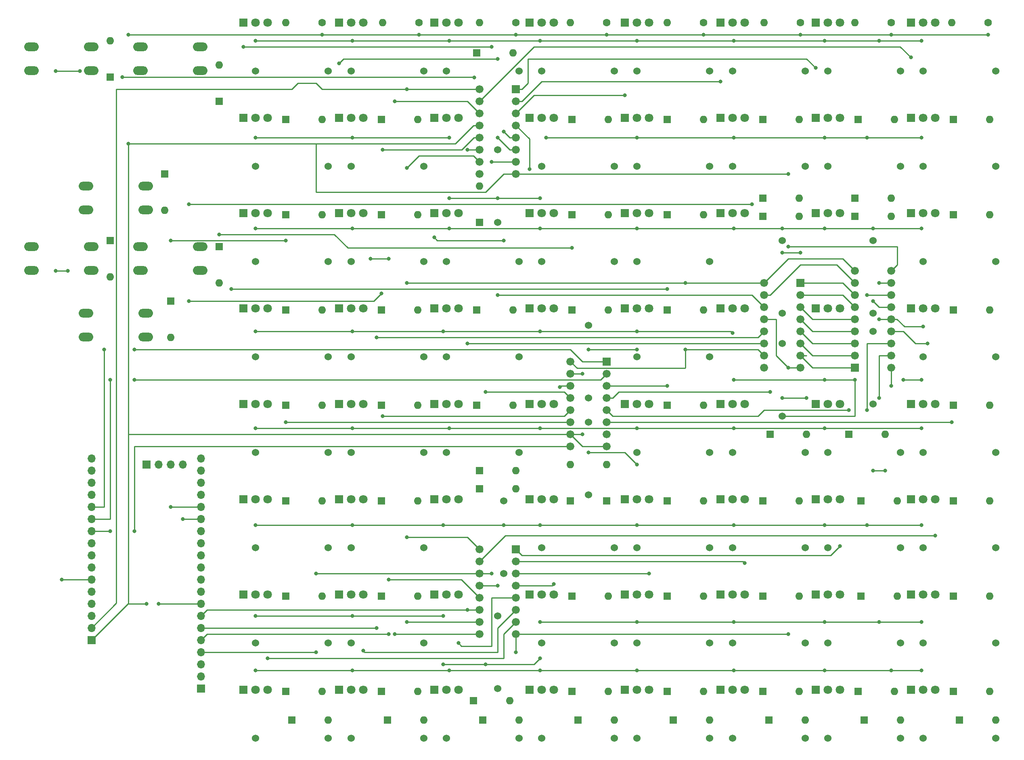
<source format=gbr>
%TF.GenerationSoftware,KiCad,Pcbnew,5.1.6-c6e7f7d~86~ubuntu18.04.1*%
%TF.CreationDate,2020-06-02T23:01:43+03:00*%
%TF.ProjectId,chessboard_pcb,63686573-7362-46f6-9172-645f7063622e,rev?*%
%TF.SameCoordinates,Original*%
%TF.FileFunction,Copper,L1,Top*%
%TF.FilePolarity,Positive*%
%FSLAX46Y46*%
G04 Gerber Fmt 4.6, Leading zero omitted, Abs format (unit mm)*
G04 Created by KiCad (PCBNEW 5.1.6-c6e7f7d~86~ubuntu18.04.1) date 2020-06-02 23:01:43*
%MOMM*%
%LPD*%
G01*
G04 APERTURE LIST*
%TA.AperFunction,ComponentPad*%
%ADD10O,3.048000X1.850000*%
%TD*%
%TA.AperFunction,ComponentPad*%
%ADD11O,1.600000X1.600000*%
%TD*%
%TA.AperFunction,ComponentPad*%
%ADD12R,1.600000X1.600000*%
%TD*%
%TA.AperFunction,ComponentPad*%
%ADD13C,1.524000*%
%TD*%
%TA.AperFunction,ComponentPad*%
%ADD14C,1.600000*%
%TD*%
%TA.AperFunction,ComponentPad*%
%ADD15O,1.700000X1.700000*%
%TD*%
%TA.AperFunction,ComponentPad*%
%ADD16R,1.700000X1.700000*%
%TD*%
%TA.AperFunction,ComponentPad*%
%ADD17C,1.800000*%
%TD*%
%TA.AperFunction,ComponentPad*%
%ADD18R,1.800000X1.800000*%
%TD*%
%TA.AperFunction,ComponentPad*%
%ADD19R,1.676400X1.676400*%
%TD*%
%TA.AperFunction,ComponentPad*%
%ADD20C,1.676400*%
%TD*%
%TA.AperFunction,ViaPad*%
%ADD21C,0.800000*%
%TD*%
%TA.AperFunction,Conductor*%
%ADD22C,0.250000*%
%TD*%
G04 APERTURE END LIST*
D10*
%TO.P,SW70,2*%
%TO.N,Net-(D134-Pad2)*%
X58420000Y-69770000D03*
%TO.P,SW70,1*%
%TO.N,SWRCP*%
X58420000Y-64770000D03*
%TO.P,SW70,2*%
%TO.N,Net-(D134-Pad2)*%
X70920000Y-69770000D03*
%TO.P,SW70,1*%
%TO.N,SWRCP*%
X70920000Y-64770000D03*
%TD*%
%TO.P,SW69,2*%
%TO.N,Net-(D133-Pad2)*%
X69850000Y-40560000D03*
%TO.P,SW69,1*%
%TO.N,SWRCP*%
X69850000Y-35560000D03*
%TO.P,SW69,2*%
%TO.N,Net-(D133-Pad2)*%
X82350000Y-40560000D03*
%TO.P,SW69,1*%
%TO.N,SWRCP*%
X82350000Y-35560000D03*
%TD*%
%TO.P,SW68,2*%
%TO.N,Net-(D132-Pad2)*%
X69850000Y-82470000D03*
%TO.P,SW68,1*%
%TO.N,SWRCP*%
X69850000Y-77470000D03*
%TO.P,SW68,2*%
%TO.N,Net-(D132-Pad2)*%
X82350000Y-82470000D03*
%TO.P,SW68,1*%
%TO.N,SWRCP*%
X82350000Y-77470000D03*
%TD*%
%TO.P,SW67,2*%
%TO.N,Net-(D131-Pad2)*%
X46990000Y-40560000D03*
%TO.P,SW67,1*%
%TO.N,SWRCP*%
X46990000Y-35560000D03*
%TO.P,SW67,2*%
%TO.N,Net-(D131-Pad2)*%
X59490000Y-40560000D03*
%TO.P,SW67,1*%
%TO.N,SWRCP*%
X59490000Y-35560000D03*
%TD*%
%TO.P,SW66,2*%
%TO.N,Net-(D130-Pad2)*%
X58420000Y-96440000D03*
%TO.P,SW66,1*%
%TO.N,SWRCP*%
X58420000Y-91440000D03*
%TO.P,SW66,2*%
%TO.N,Net-(D130-Pad2)*%
X70920000Y-96440000D03*
%TO.P,SW66,1*%
%TO.N,SWRCP*%
X70920000Y-91440000D03*
%TD*%
%TO.P,SW65,2*%
%TO.N,Net-(D129-Pad2)*%
X46990000Y-82470000D03*
%TO.P,SW65,1*%
%TO.N,SWRCP*%
X46990000Y-77470000D03*
%TO.P,SW65,2*%
%TO.N,Net-(D129-Pad2)*%
X59490000Y-82470000D03*
%TO.P,SW65,1*%
%TO.N,SWRCP*%
X59490000Y-77470000D03*
%TD*%
D11*
%TO.P,D134,2*%
%TO.N,Net-(D134-Pad2)*%
X74930000Y-69850000D03*
D12*
%TO.P,D134,1*%
%TO.N,/SwitchMatrix/SwC5*%
X74930000Y-62230000D03*
%TD*%
D11*
%TO.P,D133,2*%
%TO.N,Net-(D133-Pad2)*%
X86360000Y-39370000D03*
D12*
%TO.P,D133,1*%
%TO.N,/SwitchMatrix/SwC4*%
X86360000Y-46990000D03*
%TD*%
D11*
%TO.P,D132,2*%
%TO.N,Net-(D132-Pad2)*%
X86360000Y-85090000D03*
D12*
%TO.P,D132,1*%
%TO.N,/SwitchMatrix/SwC3*%
X86360000Y-77470000D03*
%TD*%
D11*
%TO.P,D131,2*%
%TO.N,Net-(D131-Pad2)*%
X63500000Y-34290000D03*
D12*
%TO.P,D131,1*%
%TO.N,/SwitchMatrix/SwC2*%
X63500000Y-41910000D03*
%TD*%
D11*
%TO.P,D130,2*%
%TO.N,Net-(D130-Pad2)*%
X76200000Y-96520000D03*
D12*
%TO.P,D130,1*%
%TO.N,/SwitchMatrix/SwC1*%
X76200000Y-88900000D03*
%TD*%
D11*
%TO.P,D129,2*%
%TO.N,Net-(D129-Pad2)*%
X63500000Y-83820000D03*
D12*
%TO.P,D129,1*%
%TO.N,/SwitchMatrix/SwC0*%
X63500000Y-76200000D03*
%TD*%
D13*
%TO.P,SW64,2*%
%TO.N,Net-(D128-Pad2)*%
X249220000Y-180640000D03*
%TO.P,SW64,1*%
%TO.N,/LedMatrix/LedR7*%
X233980000Y-180640000D03*
%TD*%
%TO.P,SW63,2*%
%TO.N,Net-(D127-Pad2)*%
X249220000Y-160640000D03*
%TO.P,SW63,1*%
%TO.N,/LedMatrix/LedR6*%
X233980000Y-160640000D03*
%TD*%
%TO.P,SW62,2*%
%TO.N,Net-(D126-Pad2)*%
X249220000Y-140640000D03*
%TO.P,SW62,1*%
%TO.N,/LedMatrix/LedR5*%
X233980000Y-140640000D03*
%TD*%
%TO.P,SW61,2*%
%TO.N,Net-(D125-Pad2)*%
X249220000Y-120640000D03*
%TO.P,SW61,1*%
%TO.N,/LedMatrix/LedR4*%
X233980000Y-120640000D03*
%TD*%
%TO.P,SW60,2*%
%TO.N,Net-(D124-Pad2)*%
X249220000Y-100640000D03*
%TO.P,SW60,1*%
%TO.N,/LedMatrix/LedR3*%
X233980000Y-100640000D03*
%TD*%
%TO.P,SW59,2*%
%TO.N,Net-(D123-Pad2)*%
X249220000Y-80640000D03*
%TO.P,SW59,1*%
%TO.N,/LedMatrix/LedR2*%
X233980000Y-80640000D03*
%TD*%
%TO.P,SW58,2*%
%TO.N,Net-(D122-Pad2)*%
X249220000Y-60640000D03*
%TO.P,SW58,1*%
%TO.N,/LedMatrix/LedR1*%
X233980000Y-60640000D03*
%TD*%
%TO.P,SW57,2*%
%TO.N,Net-(D121-Pad2)*%
X249220000Y-40640000D03*
%TO.P,SW57,1*%
%TO.N,/LedMatrix/LedR0*%
X233980000Y-40640000D03*
%TD*%
%TO.P,SW56,2*%
%TO.N,Net-(D120-Pad2)*%
X229220000Y-180640000D03*
%TO.P,SW56,1*%
%TO.N,/LedMatrix/LedR7*%
X213980000Y-180640000D03*
%TD*%
%TO.P,SW55,2*%
%TO.N,Net-(D119-Pad2)*%
X229220000Y-160640000D03*
%TO.P,SW55,1*%
%TO.N,/LedMatrix/LedR6*%
X213980000Y-160640000D03*
%TD*%
%TO.P,SW54,2*%
%TO.N,Net-(D118-Pad2)*%
X229220000Y-140640000D03*
%TO.P,SW54,1*%
%TO.N,/LedMatrix/LedR5*%
X213980000Y-140640000D03*
%TD*%
%TO.P,SW53,2*%
%TO.N,Net-(D117-Pad2)*%
X229220000Y-120640000D03*
%TO.P,SW53,1*%
%TO.N,/LedMatrix/LedR4*%
X213980000Y-120640000D03*
%TD*%
%TO.P,SW52,2*%
%TO.N,Net-(D116-Pad2)*%
X223520000Y-110490000D03*
%TO.P,SW52,1*%
%TO.N,/LedMatrix/LedR3*%
X223520000Y-95250000D03*
%TD*%
%TO.P,SW51,2*%
%TO.N,Net-(D115-Pad2)*%
X223520000Y-91440000D03*
%TO.P,SW51,1*%
%TO.N,/LedMatrix/LedR2*%
X223520000Y-76200000D03*
%TD*%
%TO.P,SW50,2*%
%TO.N,Net-(D114-Pad2)*%
X229220000Y-60640000D03*
%TO.P,SW50,1*%
%TO.N,/LedMatrix/LedR1*%
X213980000Y-60640000D03*
%TD*%
%TO.P,SW49,2*%
%TO.N,Net-(D113-Pad2)*%
X229220000Y-40640000D03*
%TO.P,SW49,1*%
%TO.N,/LedMatrix/LedR0*%
X213980000Y-40640000D03*
%TD*%
%TO.P,SW48,2*%
%TO.N,Net-(D112-Pad2)*%
X209220000Y-180640000D03*
%TO.P,SW48,1*%
%TO.N,/LedMatrix/LedR7*%
X193980000Y-180640000D03*
%TD*%
%TO.P,SW47,2*%
%TO.N,Net-(D111-Pad2)*%
X209220000Y-160640000D03*
%TO.P,SW47,1*%
%TO.N,/LedMatrix/LedR6*%
X193980000Y-160640000D03*
%TD*%
%TO.P,SW46,2*%
%TO.N,Net-(D110-Pad2)*%
X209220000Y-140640000D03*
%TO.P,SW46,1*%
%TO.N,/LedMatrix/LedR5*%
X193980000Y-140640000D03*
%TD*%
%TO.P,SW45,2*%
%TO.N,Net-(D109-Pad2)*%
X209220000Y-120640000D03*
%TO.P,SW45,1*%
%TO.N,/LedMatrix/LedR4*%
X193980000Y-120640000D03*
%TD*%
%TO.P,SW44,2*%
%TO.N,Net-(D108-Pad2)*%
X204470000Y-97790000D03*
%TO.P,SW44,1*%
%TO.N,/LedMatrix/LedR3*%
X204470000Y-113030000D03*
%TD*%
%TO.P,SW43,2*%
%TO.N,Net-(D107-Pad2)*%
X204470000Y-91440000D03*
%TO.P,SW43,1*%
%TO.N,/LedMatrix/LedR2*%
X204470000Y-76200000D03*
%TD*%
%TO.P,SW42,2*%
%TO.N,Net-(D106-Pad2)*%
X209220000Y-60640000D03*
%TO.P,SW42,1*%
%TO.N,/LedMatrix/LedR1*%
X193980000Y-60640000D03*
%TD*%
%TO.P,SW41,2*%
%TO.N,Net-(D105-Pad2)*%
X209220000Y-40640000D03*
%TO.P,SW41,1*%
%TO.N,/LedMatrix/LedR0*%
X193980000Y-40640000D03*
%TD*%
%TO.P,SW40,2*%
%TO.N,Net-(D104-Pad2)*%
X189220000Y-180640000D03*
%TO.P,SW40,1*%
%TO.N,/LedMatrix/LedR7*%
X173980000Y-180640000D03*
%TD*%
%TO.P,SW39,2*%
%TO.N,Net-(D103-Pad2)*%
X189220000Y-160640000D03*
%TO.P,SW39,1*%
%TO.N,/LedMatrix/LedR6*%
X173980000Y-160640000D03*
%TD*%
%TO.P,SW38,2*%
%TO.N,Net-(D102-Pad2)*%
X189220000Y-140640000D03*
%TO.P,SW38,1*%
%TO.N,/LedMatrix/LedR5*%
X173980000Y-140640000D03*
%TD*%
%TO.P,SW37,2*%
%TO.N,Net-(D101-Pad2)*%
X189220000Y-120640000D03*
%TO.P,SW37,1*%
%TO.N,/LedMatrix/LedR4*%
X173980000Y-120640000D03*
%TD*%
%TO.P,SW36,2*%
%TO.N,Net-(D100-Pad2)*%
X189220000Y-100640000D03*
%TO.P,SW36,1*%
%TO.N,/LedMatrix/LedR3*%
X173980000Y-100640000D03*
%TD*%
%TO.P,SW35,2*%
%TO.N,Net-(D99-Pad2)*%
X189220000Y-80640000D03*
%TO.P,SW35,1*%
%TO.N,/LedMatrix/LedR2*%
X173980000Y-80640000D03*
%TD*%
%TO.P,SW34,2*%
%TO.N,Net-(D98-Pad2)*%
X189220000Y-60640000D03*
%TO.P,SW34,1*%
%TO.N,/LedMatrix/LedR1*%
X173980000Y-60640000D03*
%TD*%
%TO.P,SW33,2*%
%TO.N,Net-(D97-Pad2)*%
X189220000Y-40640000D03*
%TO.P,SW33,1*%
%TO.N,/LedMatrix/LedR0*%
X173980000Y-40640000D03*
%TD*%
%TO.P,SW32,2*%
%TO.N,Net-(D96-Pad2)*%
X169220000Y-180640000D03*
%TO.P,SW32,1*%
%TO.N,/LedMatrix/LedR7*%
X153980000Y-180640000D03*
%TD*%
%TO.P,SW31,2*%
%TO.N,Net-(D95-Pad2)*%
X169220000Y-160640000D03*
%TO.P,SW31,1*%
%TO.N,/LedMatrix/LedR6*%
X153980000Y-160640000D03*
%TD*%
%TO.P,SW30,2*%
%TO.N,Net-(D94-Pad2)*%
X169220000Y-140640000D03*
%TO.P,SW30,1*%
%TO.N,/LedMatrix/LedR5*%
X153980000Y-140640000D03*
%TD*%
%TO.P,SW29,2*%
%TO.N,Net-(D93-Pad2)*%
X163830000Y-114300000D03*
%TO.P,SW29,1*%
%TO.N,/LedMatrix/LedR4*%
X163830000Y-129540000D03*
%TD*%
%TO.P,SW28,2*%
%TO.N,Net-(D92-Pad2)*%
X163830000Y-109220000D03*
%TO.P,SW28,1*%
%TO.N,/LedMatrix/LedR3*%
X163830000Y-93980000D03*
%TD*%
%TO.P,SW27,2*%
%TO.N,Net-(D91-Pad2)*%
X169220000Y-80640000D03*
%TO.P,SW27,1*%
%TO.N,/LedMatrix/LedR2*%
X153980000Y-80640000D03*
%TD*%
%TO.P,SW26,2*%
%TO.N,Net-(D90-Pad2)*%
X169220000Y-60640000D03*
%TO.P,SW26,1*%
%TO.N,/LedMatrix/LedR1*%
X153980000Y-60640000D03*
%TD*%
%TO.P,SW25,2*%
%TO.N,Net-(D89-Pad2)*%
X169220000Y-40640000D03*
%TO.P,SW25,1*%
%TO.N,/LedMatrix/LedR0*%
X153980000Y-40640000D03*
%TD*%
%TO.P,SW24,2*%
%TO.N,Net-(D88-Pad2)*%
X149220000Y-180640000D03*
%TO.P,SW24,1*%
%TO.N,/LedMatrix/LedR7*%
X133980000Y-180640000D03*
%TD*%
%TO.P,SW23,2*%
%TO.N,Net-(D87-Pad2)*%
X144780000Y-170180000D03*
%TO.P,SW23,1*%
%TO.N,/LedMatrix/LedR6*%
X144780000Y-154940000D03*
%TD*%
%TO.P,SW22,2*%
%TO.N,Net-(D86-Pad2)*%
X146050000Y-130810000D03*
%TO.P,SW22,1*%
%TO.N,/LedMatrix/LedR5*%
X146050000Y-146050000D03*
%TD*%
%TO.P,SW21,2*%
%TO.N,Net-(D85-Pad2)*%
X149220000Y-120640000D03*
%TO.P,SW21,1*%
%TO.N,/LedMatrix/LedR4*%
X133980000Y-120640000D03*
%TD*%
%TO.P,SW20,2*%
%TO.N,Net-(D84-Pad2)*%
X149220000Y-100640000D03*
%TO.P,SW20,1*%
%TO.N,/LedMatrix/LedR3*%
X133980000Y-100640000D03*
%TD*%
%TO.P,SW19,2*%
%TO.N,Net-(D83-Pad2)*%
X149220000Y-80640000D03*
%TO.P,SW19,1*%
%TO.N,/LedMatrix/LedR2*%
X133980000Y-80640000D03*
%TD*%
%TO.P,SW18,2*%
%TO.N,Net-(D82-Pad2)*%
X144780000Y-57150000D03*
%TO.P,SW18,1*%
%TO.N,/LedMatrix/LedR1*%
X144780000Y-72390000D03*
%TD*%
%TO.P,SW17,2*%
%TO.N,Net-(D81-Pad2)*%
X149220000Y-40640000D03*
%TO.P,SW17,1*%
%TO.N,/LedMatrix/LedR0*%
X133980000Y-40640000D03*
%TD*%
%TO.P,SW16,2*%
%TO.N,Net-(D80-Pad2)*%
X129220000Y-180640000D03*
%TO.P,SW16,1*%
%TO.N,/LedMatrix/LedR7*%
X113980000Y-180640000D03*
%TD*%
%TO.P,SW15,2*%
%TO.N,Net-(D79-Pad2)*%
X129220000Y-160640000D03*
%TO.P,SW15,1*%
%TO.N,/LedMatrix/LedR6*%
X113980000Y-160640000D03*
%TD*%
%TO.P,SW14,2*%
%TO.N,Net-(D78-Pad2)*%
X129220000Y-140640000D03*
%TO.P,SW14,1*%
%TO.N,/LedMatrix/LedR5*%
X113980000Y-140640000D03*
%TD*%
%TO.P,SW13,2*%
%TO.N,Net-(D77-Pad2)*%
X129220000Y-120640000D03*
%TO.P,SW13,1*%
%TO.N,/LedMatrix/LedR4*%
X113980000Y-120640000D03*
%TD*%
%TO.P,SW12,2*%
%TO.N,Net-(D76-Pad2)*%
X129220000Y-100640000D03*
%TO.P,SW12,1*%
%TO.N,/LedMatrix/LedR3*%
X113980000Y-100640000D03*
%TD*%
%TO.P,SW11,2*%
%TO.N,Net-(D75-Pad2)*%
X129220000Y-80640000D03*
%TO.P,SW11,1*%
%TO.N,/LedMatrix/LedR2*%
X113980000Y-80640000D03*
%TD*%
%TO.P,SW10,2*%
%TO.N,Net-(D74-Pad2)*%
X129220000Y-60640000D03*
%TO.P,SW10,1*%
%TO.N,/LedMatrix/LedR1*%
X113980000Y-60640000D03*
%TD*%
%TO.P,SW9,2*%
%TO.N,Net-(D73-Pad2)*%
X129220000Y-40640000D03*
%TO.P,SW9,1*%
%TO.N,/LedMatrix/LedR0*%
X113980000Y-40640000D03*
%TD*%
%TO.P,SW8,2*%
%TO.N,Net-(D72-Pad2)*%
X109220000Y-180640000D03*
%TO.P,SW8,1*%
%TO.N,/LedMatrix/LedR7*%
X93980000Y-180640000D03*
%TD*%
%TO.P,SW7,2*%
%TO.N,Net-(D71-Pad2)*%
X109220000Y-160640000D03*
%TO.P,SW7,1*%
%TO.N,/LedMatrix/LedR6*%
X93980000Y-160640000D03*
%TD*%
%TO.P,SW6,2*%
%TO.N,Net-(D70-Pad2)*%
X109220000Y-140640000D03*
%TO.P,SW6,1*%
%TO.N,/LedMatrix/LedR5*%
X93980000Y-140640000D03*
%TD*%
%TO.P,SW5,2*%
%TO.N,Net-(D69-Pad2)*%
X109220000Y-120640000D03*
%TO.P,SW5,1*%
%TO.N,/LedMatrix/LedR4*%
X93980000Y-120640000D03*
%TD*%
%TO.P,SW4,2*%
%TO.N,Net-(D68-Pad2)*%
X109220000Y-100640000D03*
%TO.P,SW4,1*%
%TO.N,/LedMatrix/LedR3*%
X93980000Y-100640000D03*
%TD*%
%TO.P,SW3,2*%
%TO.N,Net-(D67-Pad2)*%
X109220000Y-80640000D03*
%TO.P,SW3,1*%
%TO.N,/LedMatrix/LedR2*%
X93980000Y-80640000D03*
%TD*%
%TO.P,SW2,2*%
%TO.N,Net-(D66-Pad2)*%
X109220000Y-60640000D03*
%TO.P,SW2,1*%
%TO.N,/LedMatrix/LedR1*%
X93980000Y-60640000D03*
%TD*%
%TO.P,SW1,2*%
%TO.N,Net-(D65-Pad2)*%
X109220000Y-40640000D03*
%TO.P,SW1,1*%
%TO.N,/LedMatrix/LedR0*%
X93980000Y-40640000D03*
%TD*%
D11*
%TO.P,R8,2*%
%TO.N,/SwitchMatrix/SwC7*%
X240030000Y-30480000D03*
D14*
%TO.P,R8,1*%
%TO.N,GND*%
X247650000Y-30480000D03*
%TD*%
D11*
%TO.P,R7,2*%
%TO.N,/SwitchMatrix/SwC6*%
X219710000Y-30480000D03*
D14*
%TO.P,R7,1*%
%TO.N,GND*%
X227330000Y-30480000D03*
%TD*%
D11*
%TO.P,R6,2*%
%TO.N,/SwitchMatrix/SwC5*%
X200660000Y-30480000D03*
D14*
%TO.P,R6,1*%
%TO.N,GND*%
X208280000Y-30480000D03*
%TD*%
D11*
%TO.P,R5,2*%
%TO.N,/SwitchMatrix/SwC4*%
X180340000Y-30480000D03*
D14*
%TO.P,R5,1*%
%TO.N,GND*%
X187960000Y-30480000D03*
%TD*%
D11*
%TO.P,R4,2*%
%TO.N,/SwitchMatrix/SwC3*%
X160020000Y-30480000D03*
D14*
%TO.P,R4,1*%
%TO.N,GND*%
X167640000Y-30480000D03*
%TD*%
D11*
%TO.P,R3,2*%
%TO.N,/SwitchMatrix/SwC2*%
X140970000Y-30480000D03*
D14*
%TO.P,R3,1*%
%TO.N,GND*%
X148590000Y-30480000D03*
%TD*%
D11*
%TO.P,R2,2*%
%TO.N,/SwitchMatrix/SwC1*%
X120650000Y-30480000D03*
D14*
%TO.P,R2,1*%
%TO.N,GND*%
X128270000Y-30480000D03*
%TD*%
D11*
%TO.P,R1,2*%
%TO.N,/SwitchMatrix/SwC0*%
X100330000Y-30480000D03*
D14*
%TO.P,R1,1*%
%TO.N,GND*%
X107950000Y-30480000D03*
%TD*%
D11*
%TO.P,D128,2*%
%TO.N,Net-(D128-Pad2)*%
X249220000Y-176830000D03*
D12*
%TO.P,D128,1*%
%TO.N,/SwitchMatrix/SwC7*%
X241600000Y-176830000D03*
%TD*%
D11*
%TO.P,D127,2*%
%TO.N,Net-(D127-Pad2)*%
X247950000Y-170800000D03*
D12*
%TO.P,D127,1*%
%TO.N,/SwitchMatrix/SwC7*%
X240330000Y-170800000D03*
%TD*%
D11*
%TO.P,D126,2*%
%TO.N,Net-(D126-Pad2)*%
X247950000Y-150800000D03*
D12*
%TO.P,D126,1*%
%TO.N,/SwitchMatrix/SwC7*%
X240330000Y-150800000D03*
%TD*%
D11*
%TO.P,D125,2*%
%TO.N,Net-(D125-Pad2)*%
X247950000Y-130800000D03*
D12*
%TO.P,D125,1*%
%TO.N,/SwitchMatrix/SwC7*%
X240330000Y-130800000D03*
%TD*%
D11*
%TO.P,D124,2*%
%TO.N,Net-(D124-Pad2)*%
X247950000Y-110800000D03*
D12*
%TO.P,D124,1*%
%TO.N,/SwitchMatrix/SwC7*%
X240330000Y-110800000D03*
%TD*%
D11*
%TO.P,D123,2*%
%TO.N,Net-(D123-Pad2)*%
X247950000Y-90800000D03*
D12*
%TO.P,D123,1*%
%TO.N,/SwitchMatrix/SwC7*%
X240330000Y-90800000D03*
%TD*%
D11*
%TO.P,D122,2*%
%TO.N,Net-(D122-Pad2)*%
X247950000Y-70800000D03*
D12*
%TO.P,D122,1*%
%TO.N,/SwitchMatrix/SwC7*%
X240330000Y-70800000D03*
%TD*%
D11*
%TO.P,D121,2*%
%TO.N,Net-(D121-Pad2)*%
X247950000Y-50800000D03*
D12*
%TO.P,D121,1*%
%TO.N,/SwitchMatrix/SwC7*%
X240330000Y-50800000D03*
%TD*%
D11*
%TO.P,D120,2*%
%TO.N,Net-(D120-Pad2)*%
X229220000Y-176830000D03*
D12*
%TO.P,D120,1*%
%TO.N,/SwitchMatrix/SwC6*%
X221600000Y-176830000D03*
%TD*%
D11*
%TO.P,D119,2*%
%TO.N,Net-(D119-Pad2)*%
X227950000Y-170800000D03*
D12*
%TO.P,D119,1*%
%TO.N,/SwitchMatrix/SwC6*%
X220330000Y-170800000D03*
%TD*%
D11*
%TO.P,D118,2*%
%TO.N,Net-(D118-Pad2)*%
X228600000Y-150800000D03*
D12*
%TO.P,D118,1*%
%TO.N,/SwitchMatrix/SwC6*%
X220980000Y-150800000D03*
%TD*%
D11*
%TO.P,D117,2*%
%TO.N,Net-(D117-Pad2)*%
X228600000Y-130810000D03*
D12*
%TO.P,D117,1*%
%TO.N,/SwitchMatrix/SwC6*%
X220980000Y-130810000D03*
%TD*%
D11*
%TO.P,D116,2*%
%TO.N,Net-(D116-Pad2)*%
X226060000Y-116840000D03*
D12*
%TO.P,D116,1*%
%TO.N,/SwitchMatrix/SwC6*%
X218440000Y-116840000D03*
%TD*%
D11*
%TO.P,D115,2*%
%TO.N,Net-(D115-Pad2)*%
X227330000Y-71120000D03*
D12*
%TO.P,D115,1*%
%TO.N,/SwitchMatrix/SwC6*%
X219710000Y-71120000D03*
%TD*%
D11*
%TO.P,D114,2*%
%TO.N,Net-(D114-Pad2)*%
X227330000Y-67310000D03*
D12*
%TO.P,D114,1*%
%TO.N,/SwitchMatrix/SwC6*%
X219710000Y-67310000D03*
%TD*%
D11*
%TO.P,D113,2*%
%TO.N,Net-(D113-Pad2)*%
X227950000Y-50800000D03*
D12*
%TO.P,D113,1*%
%TO.N,/SwitchMatrix/SwC6*%
X220330000Y-50800000D03*
%TD*%
D11*
%TO.P,D112,2*%
%TO.N,Net-(D112-Pad2)*%
X209220000Y-176830000D03*
D12*
%TO.P,D112,1*%
%TO.N,/SwitchMatrix/SwC5*%
X201600000Y-176830000D03*
%TD*%
D11*
%TO.P,D111,2*%
%TO.N,Net-(D111-Pad2)*%
X207950000Y-170800000D03*
D12*
%TO.P,D111,1*%
%TO.N,/SwitchMatrix/SwC5*%
X200330000Y-170800000D03*
%TD*%
D11*
%TO.P,D110,2*%
%TO.N,Net-(D110-Pad2)*%
X207950000Y-150800000D03*
D12*
%TO.P,D110,1*%
%TO.N,/SwitchMatrix/SwC5*%
X200330000Y-150800000D03*
%TD*%
D11*
%TO.P,D109,2*%
%TO.N,Net-(D109-Pad2)*%
X207950000Y-130800000D03*
D12*
%TO.P,D109,1*%
%TO.N,/SwitchMatrix/SwC5*%
X200330000Y-130800000D03*
%TD*%
D11*
%TO.P,D108,2*%
%TO.N,Net-(D108-Pad2)*%
X209550000Y-116840000D03*
D12*
%TO.P,D108,1*%
%TO.N,/SwitchMatrix/SwC5*%
X201930000Y-116840000D03*
%TD*%
D11*
%TO.P,D107,2*%
%TO.N,Net-(D107-Pad2)*%
X207950000Y-71120000D03*
D12*
%TO.P,D107,1*%
%TO.N,/SwitchMatrix/SwC5*%
X200330000Y-71120000D03*
%TD*%
D11*
%TO.P,D106,2*%
%TO.N,Net-(D106-Pad2)*%
X207950000Y-67310000D03*
D12*
%TO.P,D106,1*%
%TO.N,/SwitchMatrix/SwC5*%
X200330000Y-67310000D03*
%TD*%
D11*
%TO.P,D105,2*%
%TO.N,Net-(D105-Pad2)*%
X207950000Y-50800000D03*
D12*
%TO.P,D105,1*%
%TO.N,/SwitchMatrix/SwC5*%
X200330000Y-50800000D03*
%TD*%
D11*
%TO.P,D104,2*%
%TO.N,Net-(D104-Pad2)*%
X189220000Y-176830000D03*
D12*
%TO.P,D104,1*%
%TO.N,/SwitchMatrix/SwC4*%
X181600000Y-176830000D03*
%TD*%
D11*
%TO.P,D103,2*%
%TO.N,Net-(D103-Pad2)*%
X187950000Y-170800000D03*
D12*
%TO.P,D103,1*%
%TO.N,/SwitchMatrix/SwC4*%
X180330000Y-170800000D03*
%TD*%
D11*
%TO.P,D102,2*%
%TO.N,Net-(D102-Pad2)*%
X187950000Y-150800000D03*
D12*
%TO.P,D102,1*%
%TO.N,/SwitchMatrix/SwC4*%
X180330000Y-150800000D03*
%TD*%
D11*
%TO.P,D101,2*%
%TO.N,Net-(D101-Pad2)*%
X187950000Y-130800000D03*
D12*
%TO.P,D101,1*%
%TO.N,/SwitchMatrix/SwC4*%
X180330000Y-130800000D03*
%TD*%
D11*
%TO.P,D100,2*%
%TO.N,Net-(D100-Pad2)*%
X187950000Y-110800000D03*
D12*
%TO.P,D100,1*%
%TO.N,/SwitchMatrix/SwC4*%
X180330000Y-110800000D03*
%TD*%
D11*
%TO.P,D99,2*%
%TO.N,Net-(D99-Pad2)*%
X187950000Y-90800000D03*
D12*
%TO.P,D99,1*%
%TO.N,/SwitchMatrix/SwC4*%
X180330000Y-90800000D03*
%TD*%
D11*
%TO.P,D98,2*%
%TO.N,Net-(D98-Pad2)*%
X187950000Y-70800000D03*
D12*
%TO.P,D98,1*%
%TO.N,/SwitchMatrix/SwC4*%
X180330000Y-70800000D03*
%TD*%
D11*
%TO.P,D97,2*%
%TO.N,Net-(D97-Pad2)*%
X187950000Y-50800000D03*
D12*
%TO.P,D97,1*%
%TO.N,/SwitchMatrix/SwC4*%
X180330000Y-50800000D03*
%TD*%
D11*
%TO.P,D96,2*%
%TO.N,Net-(D96-Pad2)*%
X169220000Y-176830000D03*
D12*
%TO.P,D96,1*%
%TO.N,/SwitchMatrix/SwC3*%
X161600000Y-176830000D03*
%TD*%
D11*
%TO.P,D95,2*%
%TO.N,Net-(D95-Pad2)*%
X167950000Y-170800000D03*
D12*
%TO.P,D95,1*%
%TO.N,/SwitchMatrix/SwC3*%
X160330000Y-170800000D03*
%TD*%
D11*
%TO.P,D94,2*%
%TO.N,Net-(D94-Pad2)*%
X167950000Y-150800000D03*
D12*
%TO.P,D94,1*%
%TO.N,/SwitchMatrix/SwC3*%
X160330000Y-150800000D03*
%TD*%
D11*
%TO.P,D93,2*%
%TO.N,Net-(D93-Pad2)*%
X160020000Y-123190000D03*
D12*
%TO.P,D93,1*%
%TO.N,/SwitchMatrix/SwC3*%
X160020000Y-130810000D03*
%TD*%
D11*
%TO.P,D92,2*%
%TO.N,Net-(D92-Pad2)*%
X167640000Y-123190000D03*
D12*
%TO.P,D92,1*%
%TO.N,/SwitchMatrix/SwC3*%
X167640000Y-130810000D03*
%TD*%
D11*
%TO.P,D91,2*%
%TO.N,Net-(D91-Pad2)*%
X167950000Y-90800000D03*
D12*
%TO.P,D91,1*%
%TO.N,/SwitchMatrix/SwC3*%
X160330000Y-90800000D03*
%TD*%
D11*
%TO.P,D90,2*%
%TO.N,Net-(D90-Pad2)*%
X167950000Y-70800000D03*
D12*
%TO.P,D90,1*%
%TO.N,/SwitchMatrix/SwC3*%
X160330000Y-70800000D03*
%TD*%
D11*
%TO.P,D89,2*%
%TO.N,Net-(D89-Pad2)*%
X167950000Y-50800000D03*
D12*
%TO.P,D89,1*%
%TO.N,/SwitchMatrix/SwC3*%
X160330000Y-50800000D03*
%TD*%
D11*
%TO.P,D88,2*%
%TO.N,Net-(D88-Pad2)*%
X149220000Y-176830000D03*
D12*
%TO.P,D88,1*%
%TO.N,/SwitchMatrix/SwC2*%
X141600000Y-176830000D03*
%TD*%
D11*
%TO.P,D87,2*%
%TO.N,Net-(D87-Pad2)*%
X147320000Y-172720000D03*
D12*
%TO.P,D87,1*%
%TO.N,/SwitchMatrix/SwC2*%
X139700000Y-172720000D03*
%TD*%
D11*
%TO.P,D86,2*%
%TO.N,Net-(D86-Pad2)*%
X148590000Y-128270000D03*
D12*
%TO.P,D86,1*%
%TO.N,/SwitchMatrix/SwC2*%
X140970000Y-128270000D03*
%TD*%
D11*
%TO.P,D85,2*%
%TO.N,Net-(D85-Pad2)*%
X148590000Y-124460000D03*
D12*
%TO.P,D85,1*%
%TO.N,/SwitchMatrix/SwC2*%
X140970000Y-124460000D03*
%TD*%
D11*
%TO.P,D84,2*%
%TO.N,Net-(D84-Pad2)*%
X147950000Y-110800000D03*
D12*
%TO.P,D84,1*%
%TO.N,/SwitchMatrix/SwC2*%
X140330000Y-110800000D03*
%TD*%
D11*
%TO.P,D83,2*%
%TO.N,Net-(D83-Pad2)*%
X147950000Y-90800000D03*
D12*
%TO.P,D83,1*%
%TO.N,/SwitchMatrix/SwC2*%
X140330000Y-90800000D03*
%TD*%
D11*
%TO.P,D82,2*%
%TO.N,Net-(D82-Pad2)*%
X140970000Y-64770000D03*
D12*
%TO.P,D82,1*%
%TO.N,/SwitchMatrix/SwC2*%
X140970000Y-72390000D03*
%TD*%
D11*
%TO.P,D81,2*%
%TO.N,Net-(D81-Pad2)*%
X147950000Y-36830000D03*
D12*
%TO.P,D81,1*%
%TO.N,/SwitchMatrix/SwC2*%
X140330000Y-36830000D03*
%TD*%
D11*
%TO.P,D80,2*%
%TO.N,Net-(D80-Pad2)*%
X129220000Y-176830000D03*
D12*
%TO.P,D80,1*%
%TO.N,/SwitchMatrix/SwC1*%
X121600000Y-176830000D03*
%TD*%
D11*
%TO.P,D79,2*%
%TO.N,Net-(D79-Pad2)*%
X127950000Y-170800000D03*
D12*
%TO.P,D79,1*%
%TO.N,/SwitchMatrix/SwC1*%
X120330000Y-170800000D03*
%TD*%
D11*
%TO.P,D78,2*%
%TO.N,Net-(D78-Pad2)*%
X127950000Y-150800000D03*
D12*
%TO.P,D78,1*%
%TO.N,/SwitchMatrix/SwC1*%
X120330000Y-150800000D03*
%TD*%
D11*
%TO.P,D77,2*%
%TO.N,Net-(D77-Pad2)*%
X127950000Y-130800000D03*
D12*
%TO.P,D77,1*%
%TO.N,/SwitchMatrix/SwC1*%
X120330000Y-130800000D03*
%TD*%
D11*
%TO.P,D76,2*%
%TO.N,Net-(D76-Pad2)*%
X127950000Y-110800000D03*
D12*
%TO.P,D76,1*%
%TO.N,/SwitchMatrix/SwC1*%
X120330000Y-110800000D03*
%TD*%
D11*
%TO.P,D75,2*%
%TO.N,Net-(D75-Pad2)*%
X127950000Y-90800000D03*
D12*
%TO.P,D75,1*%
%TO.N,/SwitchMatrix/SwC1*%
X120330000Y-90800000D03*
%TD*%
D11*
%TO.P,D74,2*%
%TO.N,Net-(D74-Pad2)*%
X127950000Y-70800000D03*
D12*
%TO.P,D74,1*%
%TO.N,/SwitchMatrix/SwC1*%
X120330000Y-70800000D03*
%TD*%
D11*
%TO.P,D73,2*%
%TO.N,Net-(D73-Pad2)*%
X127950000Y-50800000D03*
D12*
%TO.P,D73,1*%
%TO.N,/SwitchMatrix/SwC1*%
X120330000Y-50800000D03*
%TD*%
D11*
%TO.P,D72,2*%
%TO.N,Net-(D72-Pad2)*%
X109220000Y-176830000D03*
D12*
%TO.P,D72,1*%
%TO.N,/SwitchMatrix/SwC0*%
X101600000Y-176830000D03*
%TD*%
D11*
%TO.P,D71,2*%
%TO.N,Net-(D71-Pad2)*%
X107950000Y-170800000D03*
D12*
%TO.P,D71,1*%
%TO.N,/SwitchMatrix/SwC0*%
X100330000Y-170800000D03*
%TD*%
D11*
%TO.P,D70,2*%
%TO.N,Net-(D70-Pad2)*%
X107950000Y-150800000D03*
D12*
%TO.P,D70,1*%
%TO.N,/SwitchMatrix/SwC0*%
X100330000Y-150800000D03*
%TD*%
D11*
%TO.P,D69,2*%
%TO.N,Net-(D69-Pad2)*%
X107950000Y-130800000D03*
D12*
%TO.P,D69,1*%
%TO.N,/SwitchMatrix/SwC0*%
X100330000Y-130800000D03*
%TD*%
D11*
%TO.P,D68,2*%
%TO.N,Net-(D68-Pad2)*%
X107950000Y-110800000D03*
D12*
%TO.P,D68,1*%
%TO.N,/SwitchMatrix/SwC0*%
X100330000Y-110800000D03*
%TD*%
D11*
%TO.P,D67,2*%
%TO.N,Net-(D67-Pad2)*%
X107950000Y-90800000D03*
D12*
%TO.P,D67,1*%
%TO.N,/SwitchMatrix/SwC0*%
X100330000Y-90800000D03*
%TD*%
D11*
%TO.P,D66,2*%
%TO.N,Net-(D66-Pad2)*%
X107950000Y-70800000D03*
D12*
%TO.P,D66,1*%
%TO.N,/SwitchMatrix/SwC0*%
X100330000Y-70800000D03*
%TD*%
D11*
%TO.P,D65,2*%
%TO.N,Net-(D65-Pad2)*%
X107950000Y-50800000D03*
D12*
%TO.P,D65,1*%
%TO.N,/SwitchMatrix/SwC0*%
X100330000Y-50800000D03*
%TD*%
D15*
%TO.P,J3,4*%
%TO.N,SDA*%
X78740000Y-123190000D03*
%TO.P,J3,3*%
%TO.N,SCL*%
X76200000Y-123190000D03*
%TO.P,J3,2*%
%TO.N,3V3*%
X73660000Y-123190000D03*
D16*
%TO.P,J3,1*%
%TO.N,GND*%
X71120000Y-123190000D03*
%TD*%
D15*
%TO.P,J2,16*%
%TO.N,Net-(J2-Pad16)*%
X59550000Y-121920000D03*
%TO.P,J2,15*%
%TO.N,Net-(J2-Pad15)*%
X59550000Y-124460000D03*
%TO.P,J2,14*%
%TO.N,Net-(J2-Pad14)*%
X59550000Y-127000000D03*
%TO.P,J2,13*%
%TO.N,Net-(J2-Pad13)*%
X59550000Y-129540000D03*
%TO.P,J2,12*%
%TO.N,SWSL*%
X59550000Y-132080000D03*
%TO.P,J2,11*%
%TO.N,SWCLK*%
X59550000Y-134620000D03*
%TO.P,J2,10*%
%TO.N,SWDAT*%
X59550000Y-137160000D03*
%TO.P,J2,9*%
%TO.N,Net-(J2-Pad9)*%
X59550000Y-139700000D03*
%TO.P,J2,8*%
%TO.N,Net-(J2-Pad8)*%
X59550000Y-142240000D03*
%TO.P,J2,7*%
%TO.N,Net-(J2-Pad7)*%
X59550000Y-144780000D03*
%TO.P,J2,6*%
%TO.N,SWRCP*%
X59550000Y-147320000D03*
%TO.P,J2,5*%
%TO.N,Net-(J2-Pad5)*%
X59550000Y-149860000D03*
%TO.P,J2,4*%
%TO.N,Net-(J2-Pad4)*%
X59550000Y-152400000D03*
%TO.P,J2,3*%
%TO.N,Net-(J2-Pad3)*%
X59550000Y-154940000D03*
%TO.P,J2,2*%
%TO.N,VCC*%
X59550000Y-157480000D03*
D16*
%TO.P,J2,1*%
%TO.N,GND*%
X59550000Y-160020000D03*
%TD*%
D15*
%TO.P,J1,20*%
%TO.N,Net-(J1-Pad20)*%
X82550000Y-121920000D03*
%TO.P,J1,19*%
%TO.N,Net-(J1-Pad19)*%
X82550000Y-124460000D03*
%TO.P,J1,18*%
%TO.N,Net-(J1-Pad18)*%
X82550000Y-127000000D03*
%TO.P,J1,17*%
%TO.N,Net-(J1-Pad17)*%
X82550000Y-129540000D03*
%TO.P,J1,16*%
%TO.N,SCL*%
X82550000Y-132080000D03*
%TO.P,J1,15*%
%TO.N,SDA*%
X82550000Y-134620000D03*
%TO.P,J1,14*%
%TO.N,Net-(J1-Pad14)*%
X82550000Y-137160000D03*
%TO.P,J1,13*%
%TO.N,Net-(J1-Pad13)*%
X82550000Y-139700000D03*
%TO.P,J1,12*%
%TO.N,Net-(J1-Pad12)*%
X82550000Y-142240000D03*
%TO.P,J1,11*%
%TO.N,Net-(J1-Pad11)*%
X82550000Y-144780000D03*
%TO.P,J1,10*%
%TO.N,Net-(J1-Pad10)*%
X82550000Y-147320000D03*
%TO.P,J1,9*%
%TO.N,Net-(J1-Pad9)*%
X82550000Y-149860000D03*
%TO.P,J1,8*%
%TO.N,3V3*%
X82550000Y-152400000D03*
%TO.P,J1,7*%
%TO.N,SHCLK*%
X82550000Y-154940000D03*
%TO.P,J1,6*%
%TO.N,RCLK*%
X82550000Y-157480000D03*
%TO.P,J1,5*%
%TO.N,LCLK*%
X82550000Y-160020000D03*
%TO.P,J1,4*%
%TO.N,RLDS*%
X82550000Y-162560000D03*
%TO.P,J1,3*%
%TO.N,Net-(J1-Pad3)*%
X82550000Y-165100000D03*
%TO.P,J1,2*%
%TO.N,Net-(J1-Pad2)*%
X82550000Y-167640000D03*
D16*
%TO.P,J1,1*%
%TO.N,Net-(J1-Pad1)*%
X82550000Y-170180000D03*
%TD*%
D17*
%TO.P,D19,3*%
%TO.N,/LedMatrix/LedRC2*%
X136520000Y-70480000D03*
%TO.P,D19,2*%
%TO.N,/LedMatrix/LedR2*%
X133980000Y-70480000D03*
D18*
%TO.P,D19,1*%
%TO.N,/LedMatrix/LedGC2*%
X131440000Y-70480000D03*
%TD*%
D17*
%TO.P,D27,3*%
%TO.N,/LedMatrix/LedRC3*%
X156520000Y-70480000D03*
%TO.P,D27,2*%
%TO.N,/LedMatrix/LedR2*%
X153980000Y-70480000D03*
D18*
%TO.P,D27,1*%
%TO.N,/LedMatrix/LedGC3*%
X151440000Y-70480000D03*
%TD*%
D19*
%TO.P,U5,1*%
%TO.N,/LedMatrix/LedRC6*%
X148590000Y-140970000D03*
D20*
%TO.P,U5,2*%
%TO.N,/LedMatrix/LedRC5*%
X148590000Y-143510000D03*
%TO.P,U5,3*%
%TO.N,/LedMatrix/LedRC4*%
X148590000Y-146050000D03*
%TO.P,U5,4*%
%TO.N,/LedMatrix/LedRC3*%
X148590000Y-148590000D03*
%TO.P,U5,5*%
%TO.N,/LedMatrix/LedRC2*%
X148590000Y-151130000D03*
%TO.P,U5,6*%
%TO.N,/LedMatrix/LedRC1*%
X148590000Y-153670000D03*
%TO.P,U5,7*%
%TO.N,/LedMatrix/LedRC0*%
X148590000Y-156210000D03*
%TO.P,U5,8*%
%TO.N,GND*%
X148590000Y-158750000D03*
%TO.P,U5,9*%
%TO.N,Net-(U4-Pad14)*%
X140970000Y-158750000D03*
%TO.P,U5,10*%
%TO.N,VCC*%
X140970000Y-156210000D03*
%TO.P,U5,11*%
%TO.N,SHCLK*%
X140970000Y-153670000D03*
%TO.P,U5,12*%
%TO.N,LCLK*%
X140970000Y-151130000D03*
%TO.P,U5,13*%
%TO.N,GND*%
X140970000Y-148590000D03*
%TO.P,U5,14*%
%TO.N,RLDS*%
X140970000Y-146050000D03*
%TO.P,U5,15*%
%TO.N,/LedMatrix/LedRC7*%
X140970000Y-143510000D03*
%TO.P,U5,16*%
%TO.N,VCC*%
X140970000Y-140970000D03*
%TD*%
D19*
%TO.P,U4,1*%
%TO.N,/LedMatrix/LedGC6*%
X148590000Y-44450000D03*
D20*
%TO.P,U4,2*%
%TO.N,/LedMatrix/LedGC5*%
X148590000Y-46990000D03*
%TO.P,U4,3*%
%TO.N,/LedMatrix/LedGC4*%
X148590000Y-49530000D03*
%TO.P,U4,4*%
%TO.N,/LedMatrix/LedGC3*%
X148590000Y-52070000D03*
%TO.P,U4,5*%
%TO.N,/LedMatrix/LedGC2*%
X148590000Y-54610000D03*
%TO.P,U4,6*%
%TO.N,/LedMatrix/LedGC1*%
X148590000Y-57150000D03*
%TO.P,U4,7*%
%TO.N,/LedMatrix/LedGC0*%
X148590000Y-59690000D03*
%TO.P,U4,8*%
%TO.N,GND*%
X148590000Y-62230000D03*
%TO.P,U4,9*%
%TO.N,Net-(U4-Pad9)*%
X140970000Y-62230000D03*
%TO.P,U4,10*%
%TO.N,VCC*%
X140970000Y-59690000D03*
%TO.P,U4,11*%
%TO.N,SHCLK*%
X140970000Y-57150000D03*
%TO.P,U4,12*%
%TO.N,LCLK*%
X140970000Y-54610000D03*
%TO.P,U4,13*%
%TO.N,GND*%
X140970000Y-52070000D03*
%TO.P,U4,14*%
%TO.N,Net-(U4-Pad14)*%
X140970000Y-49530000D03*
%TO.P,U4,15*%
%TO.N,/LedMatrix/LedGC7*%
X140970000Y-46990000D03*
%TO.P,U4,16*%
%TO.N,VCC*%
X140970000Y-44450000D03*
%TD*%
D19*
%TO.P,U3,1*%
%TO.N,Net-(U1-Pad7)*%
X219710000Y-102870000D03*
D20*
%TO.P,U3,2*%
%TO.N,Net-(U1-Pad6)*%
X219710000Y-100330000D03*
%TO.P,U3,3*%
%TO.N,Net-(U1-Pad5)*%
X219710000Y-97790000D03*
%TO.P,U3,4*%
%TO.N,Net-(U1-Pad4)*%
X219710000Y-95250000D03*
%TO.P,U3,5*%
%TO.N,Net-(U1-Pad3)*%
X219710000Y-92710000D03*
%TO.P,U3,6*%
%TO.N,Net-(U1-Pad2)*%
X219710000Y-90170000D03*
%TO.P,U3,7*%
%TO.N,Net-(U1-Pad1)*%
X219710000Y-87630000D03*
%TO.P,U3,8*%
%TO.N,Net-(U1-Pad15)*%
X219710000Y-85090000D03*
%TO.P,U3,9*%
%TO.N,VCC*%
X219710000Y-82550000D03*
%TO.P,U3,10*%
%TO.N,GND*%
X227330000Y-82550000D03*
%TO.P,U3,11*%
%TO.N,/LedMatrix/LedR0*%
X227330000Y-85090000D03*
%TO.P,U3,12*%
%TO.N,/LedMatrix/LedR1*%
X227330000Y-87630000D03*
%TO.P,U3,13*%
%TO.N,/LedMatrix/LedR2*%
X227330000Y-90170000D03*
%TO.P,U3,14*%
%TO.N,/LedMatrix/LedR3*%
X227330000Y-92710000D03*
%TO.P,U3,15*%
%TO.N,/LedMatrix/LedR4*%
X227330000Y-95250000D03*
%TO.P,U3,16*%
%TO.N,/LedMatrix/LedR5*%
X227330000Y-97790000D03*
%TO.P,U3,17*%
%TO.N,/LedMatrix/LedR6*%
X227330000Y-100330000D03*
%TO.P,U3,18*%
%TO.N,/LedMatrix/LedR7*%
X227330000Y-102870000D03*
%TD*%
D19*
%TO.P,U2,1*%
%TO.N,SWSL*%
X167640000Y-101600000D03*
D20*
%TO.P,U2,2*%
%TO.N,SWCLK*%
X167640000Y-104140000D03*
%TO.P,U2,3*%
%TO.N,/SwitchMatrix/SwC4*%
X167640000Y-106680000D03*
%TO.P,U2,4*%
%TO.N,/SwitchMatrix/SwC5*%
X167640000Y-109220000D03*
%TO.P,U2,5*%
%TO.N,/SwitchMatrix/SwC6*%
X167640000Y-111760000D03*
%TO.P,U2,6*%
%TO.N,/SwitchMatrix/SwC7*%
X167640000Y-114300000D03*
%TO.P,U2,7*%
%TO.N,Net-(U2-Pad7)*%
X167640000Y-116840000D03*
%TO.P,U2,8*%
%TO.N,GND*%
X167640000Y-119380000D03*
%TO.P,U2,9*%
%TO.N,SWDAT*%
X160020000Y-119380000D03*
%TO.P,U2,10*%
%TO.N,GND*%
X160020000Y-116840000D03*
%TO.P,U2,11*%
%TO.N,/SwitchMatrix/SwC0*%
X160020000Y-114300000D03*
%TO.P,U2,12*%
%TO.N,/SwitchMatrix/SwC1*%
X160020000Y-111760000D03*
%TO.P,U2,13*%
%TO.N,/SwitchMatrix/SwC2*%
X160020000Y-109220000D03*
%TO.P,U2,14*%
%TO.N,/SwitchMatrix/SwC3*%
X160020000Y-106680000D03*
%TO.P,U2,15*%
%TO.N,GND*%
X160020000Y-104140000D03*
%TO.P,U2,16*%
%TO.N,VCC*%
X160020000Y-101600000D03*
%TD*%
D19*
%TO.P,U1,1*%
%TO.N,Net-(U1-Pad1)*%
X208280000Y-85090000D03*
D20*
%TO.P,U1,2*%
%TO.N,Net-(U1-Pad2)*%
X208280000Y-87630000D03*
%TO.P,U1,3*%
%TO.N,Net-(U1-Pad3)*%
X208280000Y-90170000D03*
%TO.P,U1,4*%
%TO.N,Net-(U1-Pad4)*%
X208280000Y-92710000D03*
%TO.P,U1,5*%
%TO.N,Net-(U1-Pad5)*%
X208280000Y-95250000D03*
%TO.P,U1,6*%
%TO.N,Net-(U1-Pad6)*%
X208280000Y-97790000D03*
%TO.P,U1,7*%
%TO.N,Net-(U1-Pad7)*%
X208280000Y-100330000D03*
%TO.P,U1,8*%
%TO.N,GND*%
X208280000Y-102870000D03*
%TO.P,U1,9*%
%TO.N,Net-(U1-Pad9)*%
X200660000Y-102870000D03*
%TO.P,U1,10*%
%TO.N,VCC*%
X200660000Y-100330000D03*
%TO.P,U1,11*%
%TO.N,SHCLK*%
X200660000Y-97790000D03*
%TO.P,U1,12*%
%TO.N,RCLK*%
X200660000Y-95250000D03*
%TO.P,U1,13*%
%TO.N,GND*%
X200660000Y-92710000D03*
%TO.P,U1,14*%
%TO.N,RLDS*%
X200660000Y-90170000D03*
%TO.P,U1,15*%
%TO.N,Net-(U1-Pad15)*%
X200660000Y-87630000D03*
%TO.P,U1,16*%
%TO.N,VCC*%
X200660000Y-85090000D03*
%TD*%
D17*
%TO.P,D64,3*%
%TO.N,/LedMatrix/LedRC7*%
X236520000Y-170480000D03*
%TO.P,D64,2*%
%TO.N,/LedMatrix/LedR7*%
X233980000Y-170480000D03*
D18*
%TO.P,D64,1*%
%TO.N,/LedMatrix/LedGC7*%
X231440000Y-170480000D03*
%TD*%
D17*
%TO.P,D63,3*%
%TO.N,/LedMatrix/LedRC7*%
X236520000Y-150480000D03*
%TO.P,D63,2*%
%TO.N,/LedMatrix/LedR6*%
X233980000Y-150480000D03*
D18*
%TO.P,D63,1*%
%TO.N,/LedMatrix/LedGC7*%
X231440000Y-150480000D03*
%TD*%
D17*
%TO.P,D62,3*%
%TO.N,/LedMatrix/LedRC7*%
X236520000Y-130480000D03*
%TO.P,D62,2*%
%TO.N,/LedMatrix/LedR5*%
X233980000Y-130480000D03*
D18*
%TO.P,D62,1*%
%TO.N,/LedMatrix/LedGC7*%
X231440000Y-130480000D03*
%TD*%
D17*
%TO.P,D61,3*%
%TO.N,/LedMatrix/LedRC7*%
X236520000Y-110480000D03*
%TO.P,D61,2*%
%TO.N,/LedMatrix/LedR4*%
X233980000Y-110480000D03*
D18*
%TO.P,D61,1*%
%TO.N,/LedMatrix/LedGC7*%
X231440000Y-110480000D03*
%TD*%
D17*
%TO.P,D60,3*%
%TO.N,/LedMatrix/LedRC7*%
X236520000Y-90480000D03*
%TO.P,D60,2*%
%TO.N,/LedMatrix/LedR3*%
X233980000Y-90480000D03*
D18*
%TO.P,D60,1*%
%TO.N,/LedMatrix/LedGC7*%
X231440000Y-90480000D03*
%TD*%
D17*
%TO.P,D59,3*%
%TO.N,/LedMatrix/LedRC7*%
X236520000Y-70480000D03*
%TO.P,D59,2*%
%TO.N,/LedMatrix/LedR2*%
X233980000Y-70480000D03*
D18*
%TO.P,D59,1*%
%TO.N,/LedMatrix/LedGC7*%
X231440000Y-70480000D03*
%TD*%
D17*
%TO.P,D58,3*%
%TO.N,/LedMatrix/LedRC7*%
X236520000Y-50480000D03*
%TO.P,D58,2*%
%TO.N,/LedMatrix/LedR1*%
X233980000Y-50480000D03*
D18*
%TO.P,D58,1*%
%TO.N,/LedMatrix/LedGC7*%
X231440000Y-50480000D03*
%TD*%
D17*
%TO.P,D57,3*%
%TO.N,/LedMatrix/LedRC7*%
X236520000Y-30480000D03*
%TO.P,D57,2*%
%TO.N,/LedMatrix/LedR0*%
X233980000Y-30480000D03*
D18*
%TO.P,D57,1*%
%TO.N,/LedMatrix/LedGC7*%
X231440000Y-30480000D03*
%TD*%
D17*
%TO.P,D56,3*%
%TO.N,/LedMatrix/LedRC6*%
X216520000Y-170480000D03*
%TO.P,D56,2*%
%TO.N,/LedMatrix/LedR7*%
X213980000Y-170480000D03*
D18*
%TO.P,D56,1*%
%TO.N,/LedMatrix/LedGC6*%
X211440000Y-170480000D03*
%TD*%
D17*
%TO.P,D55,3*%
%TO.N,/LedMatrix/LedRC6*%
X216520000Y-150480000D03*
%TO.P,D55,2*%
%TO.N,/LedMatrix/LedR6*%
X213980000Y-150480000D03*
D18*
%TO.P,D55,1*%
%TO.N,/LedMatrix/LedGC6*%
X211440000Y-150480000D03*
%TD*%
D17*
%TO.P,D54,3*%
%TO.N,/LedMatrix/LedRC6*%
X216520000Y-130480000D03*
%TO.P,D54,2*%
%TO.N,/LedMatrix/LedR5*%
X213980000Y-130480000D03*
D18*
%TO.P,D54,1*%
%TO.N,/LedMatrix/LedGC6*%
X211440000Y-130480000D03*
%TD*%
D17*
%TO.P,D53,3*%
%TO.N,/LedMatrix/LedRC6*%
X216520000Y-110480000D03*
%TO.P,D53,2*%
%TO.N,/LedMatrix/LedR4*%
X213980000Y-110480000D03*
D18*
%TO.P,D53,1*%
%TO.N,/LedMatrix/LedGC6*%
X211440000Y-110480000D03*
%TD*%
D17*
%TO.P,D52,3*%
%TO.N,/LedMatrix/LedRC6*%
X216520000Y-90480000D03*
%TO.P,D52,2*%
%TO.N,/LedMatrix/LedR3*%
X213980000Y-90480000D03*
D18*
%TO.P,D52,1*%
%TO.N,/LedMatrix/LedGC6*%
X211440000Y-90480000D03*
%TD*%
D17*
%TO.P,D51,3*%
%TO.N,/LedMatrix/LedRC6*%
X216520000Y-70480000D03*
%TO.P,D51,2*%
%TO.N,/LedMatrix/LedR2*%
X213980000Y-70480000D03*
D18*
%TO.P,D51,1*%
%TO.N,/LedMatrix/LedGC6*%
X211440000Y-70480000D03*
%TD*%
D17*
%TO.P,D50,3*%
%TO.N,/LedMatrix/LedRC6*%
X216520000Y-50480000D03*
%TO.P,D50,2*%
%TO.N,/LedMatrix/LedR1*%
X213980000Y-50480000D03*
D18*
%TO.P,D50,1*%
%TO.N,/LedMatrix/LedGC6*%
X211440000Y-50480000D03*
%TD*%
D17*
%TO.P,D49,3*%
%TO.N,/LedMatrix/LedRC6*%
X216520000Y-30480000D03*
%TO.P,D49,2*%
%TO.N,/LedMatrix/LedR0*%
X213980000Y-30480000D03*
D18*
%TO.P,D49,1*%
%TO.N,/LedMatrix/LedGC6*%
X211440000Y-30480000D03*
%TD*%
D17*
%TO.P,D48,3*%
%TO.N,/LedMatrix/LedRC5*%
X196520000Y-170480000D03*
%TO.P,D48,2*%
%TO.N,/LedMatrix/LedR7*%
X193980000Y-170480000D03*
D18*
%TO.P,D48,1*%
%TO.N,/LedMatrix/LedGC5*%
X191440000Y-170480000D03*
%TD*%
D17*
%TO.P,D47,3*%
%TO.N,/LedMatrix/LedRC5*%
X196520000Y-150480000D03*
%TO.P,D47,2*%
%TO.N,/LedMatrix/LedR6*%
X193980000Y-150480000D03*
D18*
%TO.P,D47,1*%
%TO.N,/LedMatrix/LedGC5*%
X191440000Y-150480000D03*
%TD*%
D17*
%TO.P,D46,3*%
%TO.N,/LedMatrix/LedRC5*%
X196520000Y-130480000D03*
%TO.P,D46,2*%
%TO.N,/LedMatrix/LedR5*%
X193980000Y-130480000D03*
D18*
%TO.P,D46,1*%
%TO.N,/LedMatrix/LedGC5*%
X191440000Y-130480000D03*
%TD*%
D17*
%TO.P,D45,3*%
%TO.N,/LedMatrix/LedRC5*%
X196520000Y-110480000D03*
%TO.P,D45,2*%
%TO.N,/LedMatrix/LedR4*%
X193980000Y-110480000D03*
D18*
%TO.P,D45,1*%
%TO.N,/LedMatrix/LedGC5*%
X191440000Y-110480000D03*
%TD*%
D17*
%TO.P,D44,3*%
%TO.N,/LedMatrix/LedRC5*%
X196520000Y-90480000D03*
%TO.P,D44,2*%
%TO.N,/LedMatrix/LedR3*%
X193980000Y-90480000D03*
D18*
%TO.P,D44,1*%
%TO.N,/LedMatrix/LedGC5*%
X191440000Y-90480000D03*
%TD*%
D17*
%TO.P,D43,3*%
%TO.N,/LedMatrix/LedRC5*%
X196520000Y-70480000D03*
%TO.P,D43,2*%
%TO.N,/LedMatrix/LedR2*%
X193980000Y-70480000D03*
D18*
%TO.P,D43,1*%
%TO.N,/LedMatrix/LedGC5*%
X191440000Y-70480000D03*
%TD*%
D17*
%TO.P,D42,3*%
%TO.N,/LedMatrix/LedRC5*%
X196520000Y-50480000D03*
%TO.P,D42,2*%
%TO.N,/LedMatrix/LedR1*%
X193980000Y-50480000D03*
D18*
%TO.P,D42,1*%
%TO.N,/LedMatrix/LedGC5*%
X191440000Y-50480000D03*
%TD*%
D17*
%TO.P,D41,3*%
%TO.N,/LedMatrix/LedRC5*%
X196520000Y-30480000D03*
%TO.P,D41,2*%
%TO.N,/LedMatrix/LedR0*%
X193980000Y-30480000D03*
D18*
%TO.P,D41,1*%
%TO.N,/LedMatrix/LedGC5*%
X191440000Y-30480000D03*
%TD*%
D17*
%TO.P,D40,3*%
%TO.N,/LedMatrix/LedRC4*%
X176520000Y-170480000D03*
%TO.P,D40,2*%
%TO.N,/LedMatrix/LedR7*%
X173980000Y-170480000D03*
D18*
%TO.P,D40,1*%
%TO.N,/LedMatrix/LedGC4*%
X171440000Y-170480000D03*
%TD*%
D17*
%TO.P,D39,3*%
%TO.N,/LedMatrix/LedRC4*%
X176520000Y-150480000D03*
%TO.P,D39,2*%
%TO.N,/LedMatrix/LedR6*%
X173980000Y-150480000D03*
D18*
%TO.P,D39,1*%
%TO.N,/LedMatrix/LedGC4*%
X171440000Y-150480000D03*
%TD*%
D17*
%TO.P,D38,3*%
%TO.N,/LedMatrix/LedRC4*%
X176520000Y-130480000D03*
%TO.P,D38,2*%
%TO.N,/LedMatrix/LedR5*%
X173980000Y-130480000D03*
D18*
%TO.P,D38,1*%
%TO.N,/LedMatrix/LedGC4*%
X171440000Y-130480000D03*
%TD*%
D17*
%TO.P,D37,3*%
%TO.N,/LedMatrix/LedRC4*%
X176520000Y-110480000D03*
%TO.P,D37,2*%
%TO.N,/LedMatrix/LedR4*%
X173980000Y-110480000D03*
D18*
%TO.P,D37,1*%
%TO.N,/LedMatrix/LedGC4*%
X171440000Y-110480000D03*
%TD*%
D17*
%TO.P,D36,3*%
%TO.N,/LedMatrix/LedRC4*%
X176520000Y-90480000D03*
%TO.P,D36,2*%
%TO.N,/LedMatrix/LedR3*%
X173980000Y-90480000D03*
D18*
%TO.P,D36,1*%
%TO.N,/LedMatrix/LedGC4*%
X171440000Y-90480000D03*
%TD*%
D17*
%TO.P,D35,3*%
%TO.N,/LedMatrix/LedRC4*%
X176520000Y-70480000D03*
%TO.P,D35,2*%
%TO.N,/LedMatrix/LedR2*%
X173980000Y-70480000D03*
D18*
%TO.P,D35,1*%
%TO.N,/LedMatrix/LedGC4*%
X171440000Y-70480000D03*
%TD*%
D17*
%TO.P,D34,3*%
%TO.N,/LedMatrix/LedRC4*%
X176520000Y-50480000D03*
%TO.P,D34,2*%
%TO.N,/LedMatrix/LedR1*%
X173980000Y-50480000D03*
D18*
%TO.P,D34,1*%
%TO.N,/LedMatrix/LedGC4*%
X171440000Y-50480000D03*
%TD*%
D17*
%TO.P,D33,3*%
%TO.N,/LedMatrix/LedRC4*%
X176520000Y-30480000D03*
%TO.P,D33,2*%
%TO.N,/LedMatrix/LedR0*%
X173980000Y-30480000D03*
D18*
%TO.P,D33,1*%
%TO.N,/LedMatrix/LedGC4*%
X171440000Y-30480000D03*
%TD*%
D17*
%TO.P,D32,3*%
%TO.N,/LedMatrix/LedRC3*%
X156520000Y-170480000D03*
%TO.P,D32,2*%
%TO.N,/LedMatrix/LedR7*%
X153980000Y-170480000D03*
D18*
%TO.P,D32,1*%
%TO.N,/LedMatrix/LedGC3*%
X151440000Y-170480000D03*
%TD*%
D17*
%TO.P,D31,3*%
%TO.N,/LedMatrix/LedRC3*%
X156520000Y-150480000D03*
%TO.P,D31,2*%
%TO.N,/LedMatrix/LedR6*%
X153980000Y-150480000D03*
D18*
%TO.P,D31,1*%
%TO.N,/LedMatrix/LedGC3*%
X151440000Y-150480000D03*
%TD*%
D17*
%TO.P,D30,3*%
%TO.N,/LedMatrix/LedRC3*%
X156520000Y-130480000D03*
%TO.P,D30,2*%
%TO.N,/LedMatrix/LedR5*%
X153980000Y-130480000D03*
D18*
%TO.P,D30,1*%
%TO.N,/LedMatrix/LedGC3*%
X151440000Y-130480000D03*
%TD*%
D17*
%TO.P,D29,3*%
%TO.N,/LedMatrix/LedRC3*%
X156520000Y-110480000D03*
%TO.P,D29,2*%
%TO.N,/LedMatrix/LedR4*%
X153980000Y-110480000D03*
D18*
%TO.P,D29,1*%
%TO.N,/LedMatrix/LedGC3*%
X151440000Y-110480000D03*
%TD*%
D17*
%TO.P,D28,3*%
%TO.N,/LedMatrix/LedRC3*%
X156520000Y-90480000D03*
%TO.P,D28,2*%
%TO.N,/LedMatrix/LedR3*%
X153980000Y-90480000D03*
D18*
%TO.P,D28,1*%
%TO.N,/LedMatrix/LedGC3*%
X151440000Y-90480000D03*
%TD*%
D17*
%TO.P,D26,3*%
%TO.N,/LedMatrix/LedRC3*%
X156520000Y-50480000D03*
%TO.P,D26,2*%
%TO.N,/LedMatrix/LedR1*%
X153980000Y-50480000D03*
D18*
%TO.P,D26,1*%
%TO.N,/LedMatrix/LedGC3*%
X151440000Y-50480000D03*
%TD*%
D17*
%TO.P,D25,3*%
%TO.N,/LedMatrix/LedRC3*%
X156520000Y-30480000D03*
%TO.P,D25,2*%
%TO.N,/LedMatrix/LedR0*%
X153980000Y-30480000D03*
D18*
%TO.P,D25,1*%
%TO.N,/LedMatrix/LedGC3*%
X151440000Y-30480000D03*
%TD*%
D17*
%TO.P,D24,3*%
%TO.N,/LedMatrix/LedRC2*%
X136520000Y-170480000D03*
%TO.P,D24,2*%
%TO.N,/LedMatrix/LedR7*%
X133980000Y-170480000D03*
D18*
%TO.P,D24,1*%
%TO.N,/LedMatrix/LedGC2*%
X131440000Y-170480000D03*
%TD*%
D17*
%TO.P,D23,3*%
%TO.N,/LedMatrix/LedRC2*%
X136520000Y-150480000D03*
%TO.P,D23,2*%
%TO.N,/LedMatrix/LedR6*%
X133980000Y-150480000D03*
D18*
%TO.P,D23,1*%
%TO.N,/LedMatrix/LedGC2*%
X131440000Y-150480000D03*
%TD*%
D17*
%TO.P,D22,3*%
%TO.N,/LedMatrix/LedRC2*%
X136520000Y-130480000D03*
%TO.P,D22,2*%
%TO.N,/LedMatrix/LedR5*%
X133980000Y-130480000D03*
D18*
%TO.P,D22,1*%
%TO.N,/LedMatrix/LedGC2*%
X131440000Y-130480000D03*
%TD*%
D17*
%TO.P,D21,3*%
%TO.N,/LedMatrix/LedRC2*%
X136520000Y-110480000D03*
%TO.P,D21,2*%
%TO.N,/LedMatrix/LedR4*%
X133980000Y-110480000D03*
D18*
%TO.P,D21,1*%
%TO.N,/LedMatrix/LedGC2*%
X131440000Y-110480000D03*
%TD*%
D17*
%TO.P,D20,3*%
%TO.N,/LedMatrix/LedRC2*%
X136520000Y-90480000D03*
%TO.P,D20,2*%
%TO.N,/LedMatrix/LedR3*%
X133980000Y-90480000D03*
D18*
%TO.P,D20,1*%
%TO.N,/LedMatrix/LedGC2*%
X131440000Y-90480000D03*
%TD*%
D17*
%TO.P,D18,3*%
%TO.N,/LedMatrix/LedRC2*%
X136520000Y-50480000D03*
%TO.P,D18,2*%
%TO.N,/LedMatrix/LedR1*%
X133980000Y-50480000D03*
D18*
%TO.P,D18,1*%
%TO.N,/LedMatrix/LedGC2*%
X131440000Y-50480000D03*
%TD*%
D17*
%TO.P,D17,3*%
%TO.N,/LedMatrix/LedRC2*%
X136520000Y-30480000D03*
%TO.P,D17,2*%
%TO.N,/LedMatrix/LedR0*%
X133980000Y-30480000D03*
D18*
%TO.P,D17,1*%
%TO.N,/LedMatrix/LedGC2*%
X131440000Y-30480000D03*
%TD*%
D17*
%TO.P,D16,3*%
%TO.N,/LedMatrix/LedRC1*%
X116520000Y-170480000D03*
%TO.P,D16,2*%
%TO.N,/LedMatrix/LedR7*%
X113980000Y-170480000D03*
D18*
%TO.P,D16,1*%
%TO.N,/LedMatrix/LedGC1*%
X111440000Y-170480000D03*
%TD*%
D17*
%TO.P,D15,3*%
%TO.N,/LedMatrix/LedRC1*%
X116520000Y-150480000D03*
%TO.P,D15,2*%
%TO.N,/LedMatrix/LedR6*%
X113980000Y-150480000D03*
D18*
%TO.P,D15,1*%
%TO.N,/LedMatrix/LedGC1*%
X111440000Y-150480000D03*
%TD*%
D17*
%TO.P,D14,3*%
%TO.N,/LedMatrix/LedRC1*%
X116520000Y-130480000D03*
%TO.P,D14,2*%
%TO.N,/LedMatrix/LedR5*%
X113980000Y-130480000D03*
D18*
%TO.P,D14,1*%
%TO.N,/LedMatrix/LedGC1*%
X111440000Y-130480000D03*
%TD*%
D17*
%TO.P,D13,3*%
%TO.N,/LedMatrix/LedRC1*%
X116520000Y-110480000D03*
%TO.P,D13,2*%
%TO.N,/LedMatrix/LedR4*%
X113980000Y-110480000D03*
D18*
%TO.P,D13,1*%
%TO.N,/LedMatrix/LedGC1*%
X111440000Y-110480000D03*
%TD*%
D17*
%TO.P,D12,3*%
%TO.N,/LedMatrix/LedRC1*%
X116520000Y-90480000D03*
%TO.P,D12,2*%
%TO.N,/LedMatrix/LedR3*%
X113980000Y-90480000D03*
D18*
%TO.P,D12,1*%
%TO.N,/LedMatrix/LedGC1*%
X111440000Y-90480000D03*
%TD*%
D17*
%TO.P,D11,3*%
%TO.N,/LedMatrix/LedRC1*%
X116520000Y-70480000D03*
%TO.P,D11,2*%
%TO.N,/LedMatrix/LedR2*%
X113980000Y-70480000D03*
D18*
%TO.P,D11,1*%
%TO.N,/LedMatrix/LedGC1*%
X111440000Y-70480000D03*
%TD*%
D17*
%TO.P,D10,3*%
%TO.N,/LedMatrix/LedRC1*%
X116520000Y-50480000D03*
%TO.P,D10,2*%
%TO.N,/LedMatrix/LedR1*%
X113980000Y-50480000D03*
D18*
%TO.P,D10,1*%
%TO.N,/LedMatrix/LedGC1*%
X111440000Y-50480000D03*
%TD*%
D17*
%TO.P,D9,3*%
%TO.N,/LedMatrix/LedRC1*%
X116520000Y-30480000D03*
%TO.P,D9,2*%
%TO.N,/LedMatrix/LedR0*%
X113980000Y-30480000D03*
D18*
%TO.P,D9,1*%
%TO.N,/LedMatrix/LedGC1*%
X111440000Y-30480000D03*
%TD*%
D17*
%TO.P,D8,3*%
%TO.N,/LedMatrix/LedRC0*%
X96520000Y-170480000D03*
%TO.P,D8,2*%
%TO.N,/LedMatrix/LedR7*%
X93980000Y-170480000D03*
D18*
%TO.P,D8,1*%
%TO.N,/LedMatrix/LedGC0*%
X91440000Y-170480000D03*
%TD*%
D17*
%TO.P,D7,3*%
%TO.N,/LedMatrix/LedRC0*%
X96520000Y-150480000D03*
%TO.P,D7,2*%
%TO.N,/LedMatrix/LedR6*%
X93980000Y-150480000D03*
D18*
%TO.P,D7,1*%
%TO.N,/LedMatrix/LedGC0*%
X91440000Y-150480000D03*
%TD*%
D17*
%TO.P,D6,3*%
%TO.N,/LedMatrix/LedRC0*%
X96520000Y-130480000D03*
%TO.P,D6,2*%
%TO.N,/LedMatrix/LedR5*%
X93980000Y-130480000D03*
D18*
%TO.P,D6,1*%
%TO.N,/LedMatrix/LedGC0*%
X91440000Y-130480000D03*
%TD*%
D17*
%TO.P,D5,3*%
%TO.N,/LedMatrix/LedRC0*%
X96520000Y-110480000D03*
%TO.P,D5,2*%
%TO.N,/LedMatrix/LedR4*%
X93980000Y-110480000D03*
D18*
%TO.P,D5,1*%
%TO.N,/LedMatrix/LedGC0*%
X91440000Y-110480000D03*
%TD*%
D17*
%TO.P,D4,3*%
%TO.N,/LedMatrix/LedRC0*%
X96520000Y-90480000D03*
%TO.P,D4,2*%
%TO.N,/LedMatrix/LedR3*%
X93980000Y-90480000D03*
D18*
%TO.P,D4,1*%
%TO.N,/LedMatrix/LedGC0*%
X91440000Y-90480000D03*
%TD*%
D17*
%TO.P,D3,3*%
%TO.N,/LedMatrix/LedRC0*%
X96520000Y-70480000D03*
%TO.P,D3,2*%
%TO.N,/LedMatrix/LedR2*%
X93980000Y-70480000D03*
D18*
%TO.P,D3,1*%
%TO.N,/LedMatrix/LedGC0*%
X91440000Y-70480000D03*
%TD*%
D17*
%TO.P,D2,3*%
%TO.N,/LedMatrix/LedRC0*%
X96520000Y-50480000D03*
%TO.P,D2,2*%
%TO.N,/LedMatrix/LedR1*%
X93980000Y-50480000D03*
D18*
%TO.P,D2,1*%
%TO.N,/LedMatrix/LedGC0*%
X91440000Y-50480000D03*
%TD*%
D17*
%TO.P,D1,3*%
%TO.N,/LedMatrix/LedRC0*%
X96520000Y-30480000D03*
%TO.P,D1,2*%
%TO.N,/LedMatrix/LedR0*%
X93980000Y-30480000D03*
D18*
%TO.P,D1,1*%
%TO.N,/LedMatrix/LedGC0*%
X91440000Y-30480000D03*
%TD*%
D21*
%TO.N,/LedMatrix/LedRC0*%
X96520000Y-163830000D03*
%TO.N,/LedMatrix/LedR0*%
X233680000Y-34290000D03*
X213360000Y-34290000D03*
X194310000Y-34290000D03*
X173990000Y-34290000D03*
X153670000Y-34290000D03*
X134620000Y-34290000D03*
X224790000Y-85090000D03*
X224790000Y-34290000D03*
X114300000Y-34290000D03*
X93980000Y-34290000D03*
%TO.N,/LedMatrix/LedGC0*%
X143510000Y-35560000D03*
X91440000Y-35560000D03*
X143510000Y-59690000D03*
%TO.N,/LedMatrix/LedR1*%
X233680000Y-54610000D03*
X213360000Y-54610000D03*
X194310000Y-54610000D03*
X173990000Y-54610000D03*
X154940000Y-54610000D03*
X114300000Y-54610000D03*
X93980000Y-54610000D03*
X153670000Y-67310000D03*
X134620000Y-67310000D03*
X134620000Y-54610000D03*
X222250000Y-87630000D03*
X222250000Y-54610000D03*
X144780000Y-67310000D03*
%TO.N,/LedMatrix/LedR2*%
X233680000Y-73660000D03*
X213360000Y-73660000D03*
X223520000Y-73660000D03*
X194310000Y-73660000D03*
X173990000Y-73660000D03*
X153670000Y-73660000D03*
X134620000Y-73660000D03*
X114300000Y-73660000D03*
X93980000Y-73660000D03*
X223520000Y-88900000D03*
X204470000Y-73660000D03*
%TO.N,/LedMatrix/LedR3*%
X233680000Y-105410000D03*
X233980000Y-94280000D03*
X229870000Y-105410000D03*
X219710000Y-105410000D03*
X213360000Y-105410000D03*
X194310000Y-105410000D03*
X173990000Y-95250000D03*
X193980000Y-95580000D03*
X153670000Y-95250000D03*
X133350000Y-95250000D03*
X114300000Y-95250000D03*
X93980000Y-95250000D03*
X163830000Y-99060000D03*
X173990000Y-99060000D03*
X224790000Y-92710000D03*
%TO.N,/LedMatrix/LedR4*%
X233680000Y-115570000D03*
X213360000Y-115570000D03*
X234950000Y-97790000D03*
X194310000Y-115570000D03*
X173990000Y-115570000D03*
X153670000Y-115570000D03*
X134620000Y-115570000D03*
X114300000Y-115570000D03*
X93980000Y-115570000D03*
X163830000Y-120650000D03*
X173990000Y-123190000D03*
%TO.N,/LedMatrix/LedR5*%
X233680000Y-135890000D03*
X213360000Y-135890000D03*
X222250000Y-111760000D03*
X222250000Y-135890000D03*
X194310000Y-135890000D03*
X173990000Y-135890000D03*
X153670000Y-135890000D03*
X133350000Y-135890000D03*
X114300000Y-135890000D03*
X93980000Y-135890000D03*
X146050000Y-135890000D03*
%TO.N,/LedMatrix/LedR6*%
X233680000Y-156210000D03*
X213360000Y-156210000D03*
X224790000Y-109220000D03*
X224790000Y-156210000D03*
X194310000Y-156210000D03*
X173990000Y-156210000D03*
X153670000Y-156210000D03*
X153670000Y-163830000D03*
X133350000Y-165100000D03*
X114300000Y-154940000D03*
X133350000Y-154940000D03*
X93980000Y-154940000D03*
X142240000Y-165100000D03*
%TO.N,/LedMatrix/LedR7*%
X233680000Y-166370000D03*
X213360000Y-166370000D03*
X227330000Y-106680000D03*
X227330000Y-166370000D03*
X194310000Y-166370000D03*
X173990000Y-166370000D03*
X153670000Y-166370000D03*
X134620000Y-166370000D03*
X114300000Y-166370000D03*
X93980000Y-166370000D03*
%TO.N,/LedMatrix/LedRC1*%
X116520000Y-162240000D03*
%TO.N,/LedMatrix/LedGC1*%
X111440000Y-39050000D03*
X144780000Y-54610000D03*
X144780000Y-38100000D03*
%TO.N,/LedMatrix/LedRC2*%
X136520000Y-160650000D03*
%TO.N,/LedMatrix/LedGC2*%
X146050000Y-53340000D03*
X146050000Y-76200000D03*
X131440000Y-75560000D03*
%TO.N,/LedMatrix/LedRC3*%
X156520000Y-148280000D03*
%TO.N,/LedMatrix/LedGC3*%
X151440000Y-61270000D03*
%TO.N,/LedMatrix/LedRC4*%
X176520000Y-146060000D03*
%TO.N,/LedMatrix/LedGC4*%
X171440000Y-45730000D03*
%TO.N,/LedMatrix/LedRC5*%
X196520000Y-143840000D03*
%TO.N,/LedMatrix/LedGC5*%
X191440000Y-42850000D03*
%TO.N,/LedMatrix/LedRC6*%
X216520000Y-140320000D03*
%TO.N,/LedMatrix/LedGC6*%
X211440000Y-39990000D03*
%TO.N,/LedMatrix/LedRC7*%
X236520000Y-138130000D03*
%TO.N,/LedMatrix/LedGC7*%
X231440000Y-37800000D03*
%TO.N,GND*%
X205740000Y-102870000D03*
X205740000Y-77470000D03*
X205740000Y-158750000D03*
X205740000Y-62230000D03*
X148590000Y-162560000D03*
X144780000Y-148590000D03*
X71120000Y-152400000D03*
X162560000Y-116840000D03*
X162560000Y-104140000D03*
X107950000Y-33020000D03*
X247650000Y-33020000D03*
X227330000Y-33020000D03*
X208280000Y-33020000D03*
X187960000Y-33020000D03*
X167640000Y-33020000D03*
X148590000Y-33020000D03*
X128270000Y-33020000D03*
X67310000Y-33020000D03*
X67310000Y-55880000D03*
%TO.N,VCC*%
X125730000Y-85090000D03*
X125730000Y-44450000D03*
X125730000Y-60960000D03*
X184150000Y-99060000D03*
X184150000Y-85090000D03*
X125730000Y-156210000D03*
X125730000Y-138430000D03*
%TO.N,Net-(U4-Pad14)*%
X123190000Y-46990000D03*
X123190000Y-158750000D03*
%TO.N,SHCLK*%
X138430000Y-57150000D03*
X138430000Y-153670000D03*
X138430000Y-97790000D03*
%TO.N,RCLK*%
X119380000Y-157480000D03*
X119380000Y-96520000D03*
%TO.N,LCLK*%
X120650000Y-57150000D03*
X121920000Y-147320000D03*
X121920000Y-158750000D03*
X121920000Y-80010000D03*
X118110000Y-80010000D03*
%TO.N,RLDS*%
X106680000Y-162560000D03*
X106680000Y-146050000D03*
X144780000Y-87630000D03*
X143510000Y-146050000D03*
%TO.N,SWSL*%
X68580000Y-99060000D03*
X62230000Y-99060000D03*
%TO.N,SWCLK*%
X68580000Y-105410000D03*
X63500000Y-105410000D03*
%TO.N,SWDAT*%
X68580000Y-137160000D03*
X63500000Y-137160000D03*
%TO.N,SCL*%
X76200000Y-132080000D03*
%TO.N,SDA*%
X78740000Y-134620000D03*
%TO.N,3V3*%
X73660000Y-152400000D03*
%TO.N,/SwitchMatrix/SwC0*%
X100330000Y-114300000D03*
X76200000Y-76200000D03*
X100330000Y-76200000D03*
%TO.N,/SwitchMatrix/SwC1*%
X120650000Y-113030000D03*
X80010000Y-88900000D03*
X120330000Y-87310000D03*
%TO.N,/SwitchMatrix/SwC2*%
X142240000Y-107950000D03*
X66040000Y-41910000D03*
X139806799Y-42016799D03*
%TO.N,/SwitchMatrix/SwC3*%
X157745001Y-106945001D03*
X86360000Y-74930000D03*
X160330000Y-77780000D03*
%TO.N,/SwitchMatrix/SwC4*%
X180340000Y-106680000D03*
X88900000Y-86360000D03*
X180340000Y-86360000D03*
%TO.N,/SwitchMatrix/SwC5*%
X201930000Y-107950000D03*
X80010000Y-68580000D03*
X198120000Y-68580000D03*
%TO.N,Net-(D107-Pad2)*%
X204470000Y-78740000D03*
X208280000Y-78740000D03*
%TO.N,Net-(D108-Pad2)*%
X204470000Y-109220000D03*
X209550000Y-109220000D03*
%TO.N,/SwitchMatrix/SwC6*%
X218440000Y-111760000D03*
%TO.N,Net-(D116-Pad2)*%
X223520000Y-124460000D03*
X226060000Y-124460000D03*
%TO.N,/SwitchMatrix/SwC7*%
X240030000Y-114300000D03*
%TO.N,Net-(D129-Pad2)*%
X52070000Y-82550000D03*
X54610000Y-82550000D03*
%TO.N,Net-(D131-Pad2)*%
X52070000Y-40640000D03*
X57150000Y-40640000D03*
%TO.N,SWRCP*%
X53340000Y-147320000D03*
%TD*%
D22*
%TO.N,/LedMatrix/LedRC0*%
X148590000Y-156210000D02*
X146050000Y-158750000D01*
X146050000Y-158750000D02*
X146050000Y-163830000D01*
X146050000Y-163830000D02*
X96520000Y-163830000D01*
%TO.N,/LedMatrix/LedR0*%
X194310000Y-34290000D02*
X213360000Y-34290000D01*
X173990000Y-34290000D02*
X194310000Y-34290000D01*
X153670000Y-34290000D02*
X173990000Y-34290000D01*
X134620000Y-34290000D02*
X153670000Y-34290000D01*
X227330000Y-85090000D02*
X224790000Y-85090000D01*
X233680000Y-34290000D02*
X224790000Y-34290000D01*
X224790000Y-34290000D02*
X213360000Y-34290000D01*
X114300000Y-34290000D02*
X134620000Y-34290000D01*
X93980000Y-34290000D02*
X114300000Y-34290000D01*
%TO.N,/LedMatrix/LedGC0*%
X143510000Y-35560000D02*
X91440000Y-35560000D01*
X147320000Y-59690000D02*
X143510000Y-59690000D01*
X148590000Y-59690000D02*
X147320000Y-59690000D01*
%TO.N,/LedMatrix/LedR1*%
X194310000Y-54610000D02*
X213360000Y-54610000D01*
X173990000Y-54610000D02*
X194310000Y-54610000D01*
X154940000Y-54610000D02*
X173990000Y-54610000D01*
X233680000Y-54610000D02*
X229870000Y-54610000D01*
X229870000Y-54610000D02*
X213360000Y-54610000D01*
X114300000Y-54610000D02*
X134620000Y-54610000D01*
X93980000Y-54610000D02*
X114300000Y-54610000D01*
X227330000Y-87630000D02*
X222250000Y-87630000D01*
X153670000Y-67310000D02*
X144780000Y-67310000D01*
X144780000Y-67310000D02*
X134620000Y-67310000D01*
%TO.N,/LedMatrix/LedR2*%
X222250000Y-73660000D02*
X213360000Y-73660000D01*
X233680000Y-73660000D02*
X222250000Y-73660000D01*
X173990000Y-73660000D02*
X194310000Y-73660000D01*
X153670000Y-73660000D02*
X173990000Y-73660000D01*
X134620000Y-73660000D02*
X153670000Y-73660000D01*
X114300000Y-73660000D02*
X134620000Y-73660000D01*
X93980000Y-73660000D02*
X114300000Y-73660000D01*
X227330000Y-90170000D02*
X224790000Y-90170000D01*
X224790000Y-90170000D02*
X223520000Y-88900000D01*
X194310000Y-73660000D02*
X204470000Y-73660000D01*
X204470000Y-73660000D02*
X213360000Y-73660000D01*
%TO.N,/LedMatrix/LedR3*%
X230085393Y-94280000D02*
X233980000Y-94280000D01*
X228515393Y-92710000D02*
X230085393Y-94280000D01*
X227330000Y-92710000D02*
X228515393Y-92710000D01*
X233680000Y-105410000D02*
X229870000Y-105410000D01*
X194310000Y-105410000D02*
X213360000Y-105410000D01*
X173990000Y-95250000D02*
X193650000Y-95250000D01*
X193650000Y-95250000D02*
X193980000Y-95580000D01*
X173990000Y-95250000D02*
X153670000Y-95250000D01*
X153670000Y-95250000D02*
X133350000Y-95250000D01*
X133350000Y-95250000D02*
X114300000Y-95250000D01*
X114300000Y-95250000D02*
X93980000Y-95250000D01*
X163830000Y-99060000D02*
X173990000Y-99060000D01*
X219710000Y-105410000D02*
X213360000Y-105410000D01*
X204470000Y-113030000D02*
X219710000Y-113030000D01*
X219710000Y-113030000D02*
X219710000Y-105410000D01*
X224790000Y-92710000D02*
X227330000Y-92710000D01*
%TO.N,/LedMatrix/LedR4*%
X233680000Y-115570000D02*
X213360000Y-115570000D01*
X232410000Y-97790000D02*
X234950000Y-97790000D01*
X227330000Y-95250000D02*
X229870000Y-95250000D01*
X229870000Y-95250000D02*
X232410000Y-97790000D01*
X213360000Y-115570000D02*
X194310000Y-115570000D01*
X194310000Y-115570000D02*
X173990000Y-115570000D01*
X173990000Y-115570000D02*
X153670000Y-115570000D01*
X153670000Y-115570000D02*
X134620000Y-115570000D01*
X134620000Y-115570000D02*
X114300000Y-115570000D01*
X114300000Y-115570000D02*
X93980000Y-115570000D01*
X163830000Y-120650000D02*
X171450000Y-120650000D01*
X171450000Y-120650000D02*
X173990000Y-123190000D01*
%TO.N,/LedMatrix/LedR5*%
X233680000Y-135890000D02*
X213360000Y-135890000D01*
X213360000Y-135890000D02*
X194310000Y-135890000D01*
X194310000Y-135890000D02*
X173990000Y-135890000D01*
X173990000Y-135890000D02*
X153670000Y-135890000D01*
X133350000Y-135890000D02*
X114300000Y-135890000D01*
X114300000Y-135890000D02*
X93980000Y-135890000D01*
X227330000Y-97790000D02*
X222250000Y-97790000D01*
X222250000Y-97790000D02*
X222250000Y-111760000D01*
X153670000Y-135890000D02*
X146050000Y-135890000D01*
X146050000Y-135890000D02*
X133350000Y-135890000D01*
%TO.N,/LedMatrix/LedR6*%
X233680000Y-156210000D02*
X229870000Y-156210000D01*
X227330000Y-100330000D02*
X224790000Y-100330000D01*
X224790000Y-100330000D02*
X224790000Y-109220000D01*
X229870000Y-156210000D02*
X224790000Y-156210000D01*
X224790000Y-156210000D02*
X213360000Y-156210000D01*
X213360000Y-156210000D02*
X194310000Y-156210000D01*
X194310000Y-156210000D02*
X173990000Y-156210000D01*
X173990000Y-156210000D02*
X153670000Y-156210000D01*
X153670000Y-163830000D02*
X152400000Y-165100000D01*
X114300000Y-154940000D02*
X133350000Y-154940000D01*
X114300000Y-154940000D02*
X93980000Y-154940000D01*
X152400000Y-165100000D02*
X142240000Y-165100000D01*
X142240000Y-165100000D02*
X133350000Y-165100000D01*
%TO.N,/LedMatrix/LedR7*%
X233680000Y-166370000D02*
X228600000Y-166370000D01*
X228600000Y-166370000D02*
X227330000Y-166370000D01*
X227330000Y-166370000D02*
X213360000Y-166370000D01*
X227330000Y-102870000D02*
X227330000Y-106680000D01*
X213360000Y-166370000D02*
X194310000Y-166370000D01*
X194310000Y-166370000D02*
X173990000Y-166370000D01*
X173990000Y-166370000D02*
X153670000Y-166370000D01*
X153670000Y-166370000D02*
X134620000Y-166370000D01*
X134620000Y-166370000D02*
X114300000Y-166370000D01*
X114300000Y-166370000D02*
X93980000Y-166370000D01*
%TO.N,/LedMatrix/LedRC1*%
X148590000Y-153670000D02*
X144780000Y-157480000D01*
X144780000Y-157480000D02*
X144780000Y-162560000D01*
X116840000Y-162560000D02*
X116520000Y-162240000D01*
X144780000Y-162560000D02*
X116840000Y-162560000D01*
%TO.N,/LedMatrix/LedGC1*%
X147320000Y-57150000D02*
X144780000Y-54610000D01*
X144780000Y-38100000D02*
X112390000Y-38100000D01*
X112390000Y-38100000D02*
X111440000Y-39050000D01*
X148590000Y-57150000D02*
X147320000Y-57150000D01*
%TO.N,/LedMatrix/LedRC2*%
X137160000Y-161290000D02*
X136520000Y-160650000D01*
X143510000Y-151130000D02*
X143510000Y-161290000D01*
X143510000Y-161290000D02*
X137160000Y-161290000D01*
X143510000Y-151130000D02*
X148590000Y-151130000D01*
%TO.N,/LedMatrix/LedGC2*%
X148590000Y-54610000D02*
X147320000Y-54610000D01*
X147320000Y-54610000D02*
X146050000Y-53340000D01*
X132080000Y-76200000D02*
X131440000Y-75560000D01*
X146050000Y-76200000D02*
X132080000Y-76200000D01*
%TO.N,/LedMatrix/LedRC3*%
X148590000Y-148590000D02*
X156210000Y-148590000D01*
X156210000Y-148590000D02*
X156520000Y-148280000D01*
%TO.N,/LedMatrix/LedGC3*%
X148590000Y-52070000D02*
X151440000Y-54920000D01*
X151440000Y-54920000D02*
X151440000Y-61270000D01*
%TO.N,/LedMatrix/LedRC4*%
X148590000Y-146050000D02*
X176510000Y-146050000D01*
X176510000Y-146050000D02*
X176520000Y-146060000D01*
%TO.N,/LedMatrix/LedGC4*%
X148590000Y-49530000D02*
X152400000Y-45720000D01*
X171430000Y-45720000D02*
X171440000Y-45730000D01*
X152400000Y-45720000D02*
X171430000Y-45720000D01*
%TO.N,/LedMatrix/LedRC5*%
X196190000Y-143510000D02*
X196520000Y-143840000D01*
X148590000Y-143510000D02*
X196190000Y-143510000D01*
%TO.N,/LedMatrix/LedGC5*%
X148590000Y-46990000D02*
X149860000Y-46990000D01*
X154000000Y-42850000D02*
X191440000Y-42850000D01*
X149860000Y-46990000D02*
X154000000Y-42850000D01*
%TO.N,/LedMatrix/LedRC6*%
X214600000Y-142240000D02*
X216520000Y-140320000D01*
X148590000Y-140970000D02*
X149860000Y-142240000D01*
X149860000Y-142240000D02*
X214600000Y-142240000D01*
%TO.N,/LedMatrix/LedGC6*%
X151130000Y-38100000D02*
X209550000Y-38100000D01*
X148590000Y-44450000D02*
X149860000Y-44450000D01*
X209550000Y-38100000D02*
X211440000Y-39990000D01*
X151130000Y-43180000D02*
X151130000Y-38100000D01*
X149860000Y-44450000D02*
X151130000Y-43180000D01*
%TO.N,/LedMatrix/LedRC7*%
X146350000Y-138130000D02*
X236520000Y-138130000D01*
X140970000Y-143510000D02*
X146350000Y-138130000D01*
%TO.N,/LedMatrix/LedGC7*%
X140970000Y-46990000D02*
X152400000Y-35560000D01*
X229200000Y-35560000D02*
X231440000Y-37800000D01*
X152400000Y-35560000D02*
X229200000Y-35560000D01*
%TO.N,Net-(U1-Pad1)*%
X217170000Y-85090000D02*
X219710000Y-87630000D01*
X208280000Y-85090000D02*
X217170000Y-85090000D01*
%TO.N,Net-(U1-Pad2)*%
X217170000Y-87630000D02*
X219710000Y-90170000D01*
X208280000Y-87630000D02*
X217170000Y-87630000D01*
%TO.N,Net-(U1-Pad3)*%
X208280000Y-90170000D02*
X210820000Y-92710000D01*
X210820000Y-92710000D02*
X219710000Y-92710000D01*
%TO.N,Net-(U1-Pad4)*%
X210820000Y-95250000D02*
X219710000Y-95250000D01*
X208280000Y-92710000D02*
X210820000Y-95250000D01*
%TO.N,Net-(U1-Pad5)*%
X208280000Y-95250000D02*
X210820000Y-97790000D01*
X210820000Y-97790000D02*
X219710000Y-97790000D01*
%TO.N,Net-(U1-Pad6)*%
X210820000Y-100330000D02*
X219710000Y-100330000D01*
X208280000Y-97790000D02*
X210820000Y-100330000D01*
%TO.N,Net-(U1-Pad7)*%
X208280000Y-100330000D02*
X210820000Y-102870000D01*
X210820000Y-102870000D02*
X219710000Y-102870000D01*
X208280000Y-100330000D02*
X209550000Y-100330000D01*
%TO.N,GND*%
X208280000Y-102870000D02*
X205740000Y-102870000D01*
X205740000Y-77470000D02*
X228600000Y-77470000D01*
X205740000Y-158750000D02*
X148590000Y-158750000D01*
X205740000Y-62230000D02*
X148590000Y-62230000D01*
X140151538Y-52070000D02*
X140970000Y-52070000D01*
X139700000Y-52070000D02*
X140970000Y-52070000D01*
X135890000Y-55880000D02*
X139700000Y-52070000D01*
X148590000Y-158750000D02*
X148590000Y-162560000D01*
X144780000Y-148590000D02*
X140970000Y-148590000D01*
X203200000Y-92710000D02*
X200660000Y-92710000D01*
X205740000Y-102870000D02*
X203200000Y-100330000D01*
X203200000Y-100330000D02*
X203200000Y-92710000D01*
X67310000Y-152400000D02*
X67240000Y-152330000D01*
X59550000Y-160020000D02*
X67240000Y-152330000D01*
X71120000Y-152400000D02*
X67310000Y-152400000D01*
X67240000Y-152330000D02*
X67310000Y-152260000D01*
X106680000Y-66040000D02*
X106680000Y-55880000D01*
X142240000Y-66040000D02*
X106680000Y-66040000D01*
X148590000Y-62230000D02*
X146050000Y-62230000D01*
X146050000Y-62230000D02*
X142240000Y-66040000D01*
X162560000Y-119380000D02*
X160020000Y-116840000D01*
X167640000Y-119380000D02*
X162560000Y-119380000D01*
X160020000Y-116840000D02*
X162560000Y-116840000D01*
X162560000Y-104140000D02*
X160020000Y-104140000D01*
X160020000Y-116840000D02*
X67310000Y-116840000D01*
X67310000Y-152260000D02*
X67310000Y-116840000D01*
X227330000Y-82550000D02*
X228600000Y-81280000D01*
X228600000Y-81280000D02*
X228600000Y-77470000D01*
X187960000Y-33020000D02*
X247650000Y-33020000D01*
X167640000Y-33020000D02*
X187960000Y-33020000D01*
X107950000Y-33020000D02*
X148590000Y-33020000D01*
X148590000Y-33020000D02*
X167640000Y-33020000D01*
X107950000Y-33020000D02*
X67310000Y-33020000D01*
X67310000Y-55880000D02*
X135890000Y-55880000D01*
X67310000Y-58420000D02*
X67310000Y-55880000D01*
X67310000Y-58420000D02*
X67310000Y-56699990D01*
X67310000Y-116840000D02*
X67310000Y-58420000D01*
%TO.N,Net-(U1-Pad15)*%
X201930000Y-87630000D02*
X200660000Y-87630000D01*
X219710000Y-85090000D02*
X215900000Y-81280000D01*
X208280000Y-81280000D02*
X201930000Y-87630000D01*
X215900000Y-81280000D02*
X208280000Y-81280000D01*
%TO.N,VCC*%
X205740000Y-80010000D02*
X200660000Y-85090000D01*
X219710000Y-82550000D02*
X217170000Y-80010000D01*
X217170000Y-80010000D02*
X205740000Y-80010000D01*
X200660000Y-85090000D02*
X125730000Y-85090000D01*
X125730000Y-44450000D02*
X140970000Y-44450000D01*
X140970000Y-156210000D02*
X125730000Y-156210000D01*
X138430000Y-138430000D02*
X125730000Y-138430000D01*
X140970000Y-140970000D02*
X138430000Y-138430000D01*
X128270000Y-58420000D02*
X125730000Y-60960000D01*
X140970000Y-59690000D02*
X139700000Y-58420000D01*
X139700000Y-58420000D02*
X128270000Y-58420000D01*
X200660000Y-100330000D02*
X199390000Y-99060000D01*
X199390000Y-99060000D02*
X185420000Y-99060000D01*
X185420000Y-99060000D02*
X184150000Y-99060000D01*
X161396799Y-102976799D02*
X184043201Y-102976799D01*
X160020000Y-101600000D02*
X161396799Y-102976799D01*
X184150000Y-102870000D02*
X184150000Y-99060000D01*
X184043201Y-102976799D02*
X184150000Y-102870000D01*
X107950000Y-44450000D02*
X125730000Y-44450000D01*
X64770000Y-152260000D02*
X64770000Y-44450000D01*
X64770000Y-44450000D02*
X101600000Y-44450000D01*
X101600000Y-44450000D02*
X102870000Y-43180000D01*
X59550000Y-157480000D02*
X64770000Y-152260000D01*
X102870000Y-43180000D02*
X106680000Y-43180000D01*
X106680000Y-43180000D02*
X107950000Y-44450000D01*
%TO.N,Net-(U4-Pad14)*%
X140970000Y-49530000D02*
X138430000Y-46990000D01*
X138430000Y-46990000D02*
X123190000Y-46990000D01*
X123190000Y-158750000D02*
X140970000Y-158750000D01*
%TO.N,SHCLK*%
X140970000Y-57150000D02*
X138430000Y-57150000D01*
X138430000Y-153670000D02*
X140970000Y-153670000D01*
X83820000Y-153670000D02*
X82550000Y-154940000D01*
X138430000Y-153670000D02*
X83820000Y-153670000D01*
X200660000Y-97790000D02*
X138430000Y-97790000D01*
%TO.N,RCLK*%
X82550000Y-157480000D02*
X119380000Y-157480000D01*
X199390000Y-96520000D02*
X200660000Y-95250000D01*
X119380000Y-96520000D02*
X199390000Y-96520000D01*
%TO.N,LCLK*%
X137244607Y-57150000D02*
X120650000Y-57150000D01*
X140970000Y-54610000D02*
X139784607Y-54610000D01*
X139784607Y-54610000D02*
X137244607Y-57150000D01*
X137160000Y-147320000D02*
X140970000Y-151130000D01*
X121920000Y-147320000D02*
X137160000Y-147320000D01*
X82550000Y-160020000D02*
X83820000Y-158750000D01*
X83820000Y-158750000D02*
X116840000Y-158750000D01*
X116840000Y-158750000D02*
X121920000Y-158750000D01*
X121920000Y-80010000D02*
X118110000Y-80010000D01*
%TO.N,RLDS*%
X82550000Y-162560000D02*
X106680000Y-162560000D01*
X106680000Y-146050000D02*
X140970000Y-146050000D01*
X198120000Y-87630000D02*
X200660000Y-90170000D01*
X144780000Y-87630000D02*
X198120000Y-87630000D01*
X140970000Y-146050000D02*
X143510000Y-146050000D01*
%TO.N,SWSL*%
X167640000Y-101600000D02*
X162560000Y-101600000D01*
X162560000Y-101600000D02*
X160020000Y-99060000D01*
X160020000Y-99060000D02*
X68580000Y-99060000D01*
X62230000Y-99060000D02*
X62230000Y-128599002D01*
X62230000Y-128599002D02*
X62230000Y-132080000D01*
X59550000Y-132080000D02*
X62230000Y-132080000D01*
%TO.N,SWCLK*%
X167640000Y-104140000D02*
X166370000Y-105410000D01*
X166370000Y-105410000D02*
X68580000Y-105410000D01*
X63500000Y-134620000D02*
X59550000Y-134620000D01*
X63500000Y-105410000D02*
X63500000Y-134620000D01*
%TO.N,SWDAT*%
X160020000Y-119380000D02*
X158750000Y-119380000D01*
X158750000Y-119380000D02*
X74659992Y-119380000D01*
X74659992Y-119380000D02*
X68580000Y-119380000D01*
X68580000Y-119380000D02*
X68580000Y-137160000D01*
X63500000Y-137160000D02*
X59550000Y-137160000D01*
%TO.N,SCL*%
X76200000Y-132080000D02*
X82550000Y-132080000D01*
%TO.N,SDA*%
X78740000Y-134620000D02*
X82550000Y-134620000D01*
%TO.N,3V3*%
X73660000Y-152400000D02*
X82550000Y-152400000D01*
%TO.N,/SwitchMatrix/SwC0*%
X160020000Y-114300000D02*
X100330000Y-114300000D01*
X76200000Y-76200000D02*
X100330000Y-76200000D01*
%TO.N,/SwitchMatrix/SwC1*%
X160020000Y-111760000D02*
X158750000Y-113030000D01*
X158750000Y-113030000D02*
X120650000Y-113030000D01*
X118740000Y-88900000D02*
X120330000Y-87310000D01*
X80010000Y-88900000D02*
X118740000Y-88900000D01*
%TO.N,/SwitchMatrix/SwC2*%
X158750000Y-107950000D02*
X142240000Y-107950000D01*
X160020000Y-109220000D02*
X158750000Y-107950000D01*
X139700000Y-41910000D02*
X139806799Y-42016799D01*
X66040000Y-41910000D02*
X139700000Y-41910000D01*
%TO.N,/SwitchMatrix/SwC3*%
X160020000Y-106680000D02*
X158010002Y-106680000D01*
X158010002Y-106680000D02*
X157745001Y-106945001D01*
X113340000Y-77780000D02*
X160330000Y-77780000D01*
X110490000Y-74930000D02*
X113340000Y-77780000D01*
X86360000Y-74930000D02*
X110490000Y-74930000D01*
%TO.N,/SwitchMatrix/SwC4*%
X167640000Y-106680000D02*
X180340000Y-106680000D01*
X88900000Y-86360000D02*
X180340000Y-86360000D01*
%TO.N,/SwitchMatrix/SwC5*%
X167640000Y-109220000D02*
X168910000Y-109220000D01*
X168910000Y-109220000D02*
X170180000Y-107950000D01*
X170180000Y-107950000D02*
X201930000Y-107950000D01*
X80010000Y-68580000D02*
X198120000Y-68580000D01*
%TO.N,Net-(D107-Pad2)*%
X204470000Y-78740000D02*
X208280000Y-78740000D01*
%TO.N,Net-(D108-Pad2)*%
X204470000Y-109220000D02*
X209550000Y-109220000D01*
%TO.N,/SwitchMatrix/SwC6*%
X167640000Y-111760000D02*
X168910000Y-113030000D01*
X168910000Y-113030000D02*
X199390000Y-113030000D01*
X199390000Y-113030000D02*
X200660000Y-111760000D01*
X200660000Y-111760000D02*
X218440000Y-111760000D01*
%TO.N,Net-(D116-Pad2)*%
X223520000Y-124460000D02*
X226060000Y-124460000D01*
%TO.N,/SwitchMatrix/SwC7*%
X167640000Y-114300000D02*
X240030000Y-114300000D01*
%TO.N,Net-(D129-Pad2)*%
X52070000Y-82550000D02*
X54610000Y-82550000D01*
%TO.N,Net-(D131-Pad2)*%
X52070000Y-40640000D02*
X57150000Y-40640000D01*
%TO.N,SWRCP*%
X53340000Y-147320000D02*
X59550000Y-147320000D01*
%TD*%
M02*

</source>
